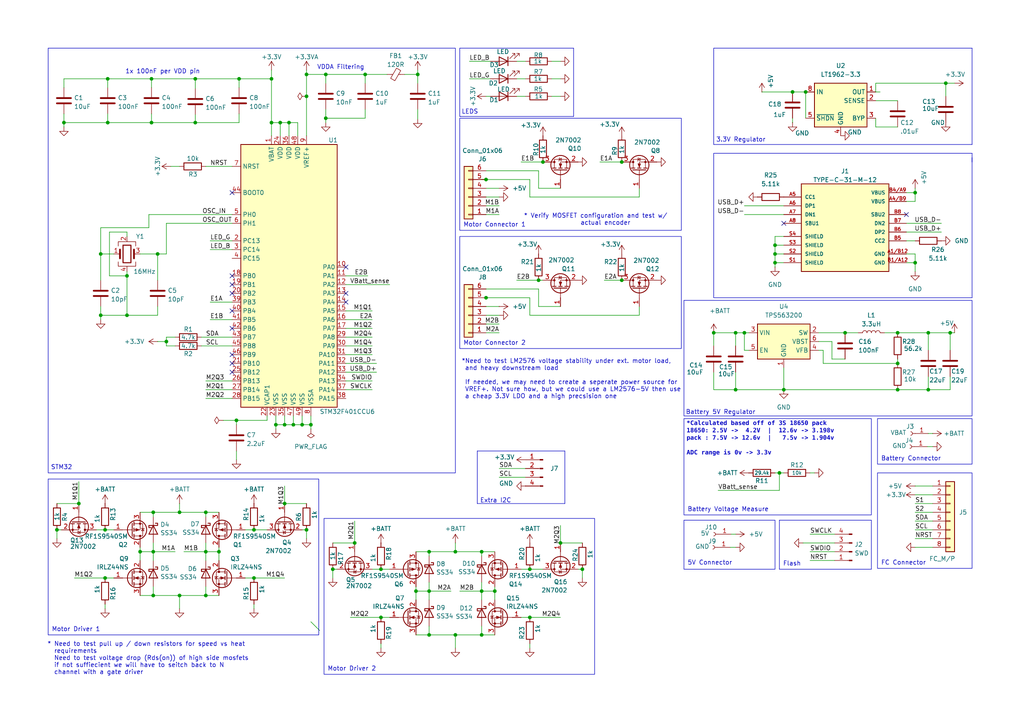
<source format=kicad_sch>
(kicad_sch (version 20250114) (generator "eeschema") (generator_version "9.0")
  (paper "A4")
  (title_block (title "Motor Control/Power Supply") (date "2025-10-08") (rev "2"))
  (rectangle (start 133.35 68.58) (end 197.612 101.092))
  (rectangle (start 254.508 121.412) (end 281.94 134.62))
  (rectangle (start 198.374 87.122) (end 281.94 120.65))
  (rectangle (start 198.374 150.876) (end 224.79 165.1))
  (rectangle (start 13.97 138.938) (end 92.456 184.15))
  (rectangle (start 198.374 121.412) (end 252.73 149.352))
  (rectangle (start 93.98 150.368) (end 172.466 195.58))
  (rectangle (start 254.508 137.16) (end 281.94 164.846))
  (rectangle (start 133.35 34.29) (end 197.612 66.802))
  (rectangle (start 13.97 13.97) (end 132.08 137.16))
  (text "Battery 5V Regulator" (at 198.882 120.396 0) (effects (font (size 1.27 1.27)) (justify left bottom)))
  (text "Motor Driver 1" (at 14.986 183.388 0) (effects (font (size 1.27 1.27)) (justify left bottom)))
  (text "Extra I2C\n" (at 143.764 145.288 0) (effects (font (size 1.27 1.27))))
  (text "* Verify MOSFET configuration and test w/ \n	actual encoder" (at 173.228 63.754 0) (effects (font (size 1.27 1.27))))
  (text "Motor Connector 1" (at 134.366 66.04 0) (effects (font (size 1.27 1.27)) (justify left bottom)))
  (text "* Need to test pull up / down resistors for speed vs heat\n  requirements\n  Need to test voltage drop (Rds(on)) of high side mosfets\n  if not suffiecient we will have to seitch back to N\n  channel with a gate driver" (at 13.716 195.834 0) (effects (font (size 1.27 1.27)) (justify left bottom)))
  (text "3.3V Regulator\n" (at 214.884 40.64 0) (effects (font (size 1.27 1.27))))
  (text "*Calculated based off of 3S 18650 pack\n18650: 2.5V ->  4.2V  |  12.6v -> 3.198v\npack : 7.5V -> 12.6v  |   7.5v -> 1.904v\n\nADC range is 0v -> 3.3v" (at 199.136 132.588 0) (effects (font (size 1.27 1.27) (thickness 0.254) (bold yes)) (justify left bottom)))
  (text "Motor Connector 2" (at 134.366 100.33 0) (effects (font (size 1.27 1.27)) (justify left bottom)))
  (text "Motor Driver 2" (at 94.996 194.818 0) (effects (font (size 1.27 1.27)) (justify left bottom)))
  (text "*Need to test LM2576 voltage stability under ext. motor load,\n and heavy downstream load\n \n If needed, we may need to create a seperate power source for\n VREF+. Not sure how, but we could use a LM2576-5V then use\n a cheap 3.3V LDO and a high precsision one" (at 133.858 115.824 0) (effects (font (size 1.27 1.27)) (justify left bottom)))
  (text "Battery Connector" (at 255.524 133.858 0) (effects (font (size 1.27 1.27)) (justify left bottom)))
  (text "Battery Voltage Measure" (at 199.39 148.59 0) (effects (font (size 1.27 1.27)) (justify left bottom)))
  (text "VDDA Filtering" (at 91.948 20.32 0) (effects (font (size 1.27 1.27)) (justify left bottom)))
  (text "Flash" (at 227.076 164.338 0) (effects (font (size 1.27 1.27)) (justify left bottom)))
  (text "1x 100nF per VDD pin" (at 36.322 21.59 0) (effects (font (size 1.27 1.27)) (justify left bottom)))
  (text "FC Connector" (at 255.524 164.084 0) (effects (font (size 1.27 1.27)) (justify left bottom)))
  (text "5V Connector" (at 199.39 164.084 0) (effects (font (size 1.27 1.27)) (justify left bottom)))
  (text "LEDS" (at 133.858 33.274 0) (effects (font (size 1.27 1.27)) (justify left bottom)))
  (text "STM32" (at 14.732 136.398 0) (effects (font (size 1.27 1.27)) (justify left bottom)))
  (junction (at 162.56 157.48))
  (junction (at 83.82 35.56))
  (junction (at 224.79 76.2))
  (junction (at 52.07 172.72))
  (junction (at 43.942 22.86))
  (junction (at 215.9 96.52))
  (junction (at 102.87 157.48))
  (junction (at 73.66 153.67))
  (junction (at 94.488 21.59))
  (junction (at 275.59 96.52))
  (junction (at 18.542 35.56))
  (junction (at 87.63 123.19))
  (junction (at 56.642 22.86))
  (junction (at 45.72 73.66))
  (junction (at 105.918 21.59))
  (junction (at 30.48 153.67))
  (junction (at 245.11 96.52))
  (junction (at 229.87 26.67))
  (junction (at 36.83 91.44))
  (junction (at 168.91 165.1))
  (junction (at 180.34 46.99))
  (junction (at 156.21 81.28))
  (junction (at 44.45 148.59))
  (junction (at 78.74 22.86))
  (junction (at 85.09 123.19))
  (junction (at 207.01 96.52))
  (junction (at 80.01 123.19))
  (junction (at 59.69 160.02))
  (junction (at 260.35 113.03))
  (junction (at 140.97 52.07))
  (junction (at 213.36 96.52))
  (junction (at 132.08 184.15))
  (junction (at 140.97 86.36))
  (junction (at 260.35 105.41))
  (junction (at 31.242 22.86))
  (junction (at 40.64 160.02))
  (junction (at 227.33 113.03))
  (junction (at 88.9 153.67))
  (junction (at 224.79 73.66))
  (junction (at 30.48 167.64))
  (junction (at 82.55 123.19))
  (junction (at 265.43 76.2))
  (junction (at 44.45 160.02))
  (junction (at 213.36 113.03))
  (junction (at 274.32 24.13))
  (junction (at 56.642 35.56))
  (junction (at 44.45 172.72))
  (junction (at 16.51 153.67))
  (junction (at 68.58 121.92))
  (junction (at 120.65 171.45))
  (junction (at 226.06 137.16))
  (junction (at 43.942 35.56))
  (junction (at 139.7 171.45))
  (junction (at 139.7 184.15))
  (junction (at 180.34 81.28))
  (junction (at 110.49 179.07))
  (junction (at 132.08 160.02))
  (junction (at 88.9 21.59))
  (junction (at 269.24 96.52))
  (junction (at 139.7 160.02))
  (junction (at 143.51 171.45))
  (junction (at 269.24 113.03))
  (junction (at 29.21 91.44))
  (junction (at 36.83 80.01))
  (junction (at 233.68 26.67))
  (junction (at 48.26 99.06))
  (junction (at 124.46 171.45))
  (junction (at 157.48 46.99))
  (junction (at 260.35 96.52))
  (junction (at 90.17 123.19))
  (junction (at 63.5 160.02))
  (junction (at 121.158 21.59))
  (junction (at 82.55 146.05))
  (junction (at 224.79 71.12))
  (junction (at 94.488 34.29))
  (junction (at 124.46 184.15))
  (junction (at 29.21 73.66))
  (junction (at 73.66 167.64))
  (junction (at 124.46 160.02))
  (junction (at 31.242 35.56))
  (junction (at 78.74 35.56))
  (junction (at 59.69 148.59))
  (junction (at 88.9 27.94))
  (junction (at 153.67 179.07))
  (junction (at 22.86 146.05))
  (junction (at 69.342 22.86))
  (junction (at 52.07 148.59))
  (junction (at 110.49 165.1))
  (junction (at 59.69 172.72))
  (junction (at 265.43 55.88))
  (junction (at 81.28 35.56))
  (junction (at 96.52 165.1))
  (junction (at 153.67 165.1))
  (no_connect (at 67.31 105.41))
  (no_connect (at 67.31 102.87))
  (no_connect (at 67.31 80.01))
  (no_connect (at 67.31 107.95))
  (no_connect (at 67.31 85.09))
  (no_connect (at 262.89 62.23))
  (no_connect (at 67.31 90.17))
  (no_connect (at 100.33 77.47))
  (no_connect (at 100.33 87.63))
  (no_connect (at 67.31 82.55))
  (no_connect (at 67.31 55.88))
  (no_connect (at 227.33 64.77))
  (no_connect (at 100.33 85.09))
  (no_connect (at 67.31 95.25))
  (bus_entry (at 90.17 180.34) (size 2.54 2.54))
  (polyline (pts (xy 133.604 33.782) (xy 166.37 33.782)))
  (wire (pts (xy 132.08 184.15) (xy 132.08 187.96)))
  (wire (pts (xy 52.07 172.72) (xy 52.07 176.53)))
  (wire (pts (xy 48.26 64.77) (xy 48.26 73.66)))
  (wire (pts (xy 157.48 165.1) (xy 153.67 165.1)))
  (wire (pts (xy 144.78 57.15) (xy 140.97 57.15)))
  (wire (pts (xy 143.51 171.45) (xy 143.51 173.99)))
  (wire (pts (xy 156.21 88.9) (xy 162.56 88.9)))
  (wire (pts (xy 69.342 22.86) (xy 78.74 22.86)))
  (wire (pts (xy 262.89 58.42) (xy 265.43 58.42)))
  (wire (pts (xy 265.43 151.13) (xy 270.51 151.13)))
  (polyline (pts (xy 252.73 165.1) (xy 226.06 165.1)))
  (wire (pts (xy 149.86 81.28) (xy 156.21 81.28)))
  (wire (pts (xy 260.35 113.03) (xy 227.33 113.03)))
  (wire (pts (xy 100.33 95.25) (xy 107.95 95.25)))
  (wire (pts (xy 59.69 148.59) (xy 63.5 148.59)))
  (wire (pts (xy 101.6 179.07) (xy 110.49 179.07)))
  (wire (pts (xy 59.69 113.03) (xy 67.31 113.03)))
  (wire (pts (xy 269.24 125.73) (xy 270.51 125.73)))
  (wire (pts (xy 268.986 129.54) (xy 270.51 129.54)))
  (wire (pts (xy 233.68 26.67) (xy 229.87 26.67)))
  (wire (pts (xy 31.242 22.86) (xy 31.242 25.4)))
  (wire (pts (xy 265.43 140.97) (xy 270.51 140.97)))
  (wire (pts (xy 237.49 96.52) (xy 245.11 96.52)))
  (wire (pts (xy 43.18 62.23) (xy 67.31 62.23)))
  (polyline (pts (xy 166.37 13.97) (xy 133.35 13.97)))
  (wire (pts (xy 60.96 92.71) (xy 67.31 92.71)))
  (wire (pts (xy 121.158 21.59) (xy 121.158 24.13)))
  (wire (pts (xy 175.26 81.28) (xy 180.34 81.28)))
  (wire (pts (xy 36.83 80.01) (xy 36.83 91.44)))
  (wire (pts (xy 78.74 22.86) (xy 78.74 35.56)))
  (wire (pts (xy 140.97 93.98) (xy 144.78 93.98)))
  (wire (pts (xy 29.21 88.9) (xy 29.21 91.44)))
  (wire (pts (xy 31.242 35.56) (xy 18.542 35.56)))
  (wire (pts (xy 262.89 73.66) (xy 265.43 73.66)))
  (wire (pts (xy 44.45 172.72) (xy 52.07 172.72)))
  (wire (pts (xy 73.66 167.64) (xy 71.12 167.64)))
  (wire (pts (xy 255.27 26.67) (xy 254 26.67)))
  (wire (pts (xy 18.542 35.56) (xy 18.542 36.83)))
  (wire (pts (xy 40.64 160.02) (xy 40.64 162.56)))
  (wire (pts (xy 207.01 113.03) (xy 213.36 113.03)))
  (wire (pts (xy 275.59 96.52) (xy 275.59 101.6)))
  (wire (pts (xy 224.79 71.12) (xy 224.79 73.66)))
  (wire (pts (xy 269.24 109.22) (xy 269.24 113.03)))
  (wire (pts (xy 82.55 167.64) (xy 73.66 167.64)))
  (polyline (pts (xy 281.94 45.72) (xy 281.94 86.36)))
  (wire (pts (xy 44.45 148.59) (xy 44.45 149.86)))
  (wire (pts (xy 238.76 101.6) (xy 237.49 101.6)))
  (wire (pts (xy 185.42 91.44) (xy 185.42 88.9)))
  (wire (pts (xy 217.17 96.52) (xy 215.9 96.52)))
  (wire (pts (xy 120.65 184.15) (xy 124.46 184.15)))
  (wire (pts (xy 262.89 64.77) (xy 273.05 64.77)))
  (wire (pts (xy 144.78 138.43) (xy 152.4 138.43)))
  (wire (pts (xy 139.7 52.07) (xy 140.97 52.07)))
  (wire (pts (xy 44.45 160.02) (xy 44.45 162.56)))
  (wire (pts (xy 236.22 137.16) (xy 234.95 137.16)))
  (wire (pts (xy 40.64 160.02) (xy 44.45 160.02)))
  (wire (pts (xy 120.65 171.45) (xy 120.65 173.99)))
  (wire (pts (xy 140.97 59.69) (xy 144.78 59.69)))
  (wire (pts (xy 48.26 100.33) (xy 50.8 100.33)))
  (polyline (pts (xy 133.35 33.782) (xy 133.604 33.782)))
  (wire (pts (xy 63.5 160.02) (xy 59.69 160.02)))
  (wire (pts (xy 254 36.83) (xy 254 34.29)))
  (wire (pts (xy 207.01 96.52) (xy 213.36 96.52)))
  (wire (pts (xy 59.69 110.49) (xy 67.31 110.49)))
  (wire (pts (xy 117.348 21.59) (xy 121.158 21.59)))
  (wire (pts (xy 100.33 82.55) (xy 113.03 82.55)))
  (wire (pts (xy 48.26 99.06) (xy 45.72 99.06)))
  (wire (pts (xy 132.08 184.15) (xy 139.7 184.15)))
  (wire (pts (xy 69.342 33.02) (xy 69.342 35.56)))
  (wire (pts (xy 36.83 67.31) (xy 31.75 67.31)))
  (wire (pts (xy 94.488 21.59) (xy 94.488 24.13)))
  (wire (pts (xy 143.51 170.18) (xy 143.51 171.45)))
  (wire (pts (xy 254 24.13) (xy 254 26.67)))
  (wire (pts (xy 262.89 76.2) (xy 265.43 76.2)))
  (wire (pts (xy 275.59 113.03) (xy 269.24 113.03)))
  (wire (pts (xy 48.26 64.77) (xy 67.31 64.77)))
  (wire (pts (xy 73.66 153.67) (xy 71.12 153.67)))
  (wire (pts (xy 31.242 33.02) (xy 31.242 35.56)))
  (wire (pts (xy 56.642 33.274) (xy 56.642 35.56)))
  (wire (pts (xy 265.43 156.21) (xy 270.51 156.21)))
  (wire (pts (xy 43.942 22.86) (xy 56.642 22.86)))
  (wire (pts (xy 153.67 86.36) (xy 153.67 91.44)))
  (wire (pts (xy 80.01 123.19) (xy 80.01 124.46)))
  (wire (pts (xy 140.97 54.61) (xy 144.78 54.61)))
  (wire (pts (xy 224.79 73.66) (xy 224.79 76.2)))
  (wire (pts (xy 140.97 83.82) (xy 156.21 83.82)))
  (wire (pts (xy 110.49 187.96) (xy 110.49 186.69)))
  (wire (pts (xy 78.74 35.56) (xy 78.74 39.37)))
  (wire (pts (xy 36.83 68.58) (xy 36.83 67.31)))
  (wire (pts (xy 143.51 171.45) (xy 139.7 171.45)))
  (wire (pts (xy 43.18 62.23) (xy 43.18 66.04)))
  (wire (pts (xy 87.63 120.65) (xy 87.63 123.19)))
  (wire (pts (xy 48.26 97.79) (xy 50.8 97.79)))
  (wire (pts (xy 88.9 153.67) (xy 87.63 153.67)))
  (wire (pts (xy 260.35 105.41) (xy 238.76 105.41)))
  (wire (pts (xy 226.06 137.16) (xy 227.33 137.16)))
  (polyline (pts (xy 133.35 13.97) (xy 133.35 33.782)))
  (wire (pts (xy 156.21 49.53) (xy 156.21 54.61)))
  (wire (pts (xy 81.28 35.56) (xy 78.74 35.56)))
  (wire (pts (xy 242.062 160.02) (xy 234.95 160.02)))
  (wire (pts (xy 233.68 34.29) (xy 233.68 26.67)))
  (polyline (pts (xy 207.01 86.36) (xy 207.01 44.45)))
  (wire (pts (xy 100.33 100.33) (xy 107.95 100.33)))
  (wire (pts (xy 136.144 17.78) (xy 142.24 17.78)))
  (wire (pts (xy 105.918 24.13) (xy 105.918 21.59)))
  (wire (pts (xy 265.43 143.51) (xy 270.51 143.51)))
  (wire (pts (xy 85.09 123.19) (xy 82.55 123.19)))
  (wire (pts (xy 90.17 123.19) (xy 90.17 124.46)))
  (wire (pts (xy 45.72 91.44) (xy 36.83 91.44)))
  (wire (pts (xy 29.21 91.44) (xy 29.21 92.71)))
  (wire (pts (xy 87.63 123.19) (xy 85.09 123.19)))
  (wire (pts (xy 162.56 27.94) (xy 160.02 27.94)))
  (wire (pts (xy 242.062 154.94) (xy 234.95 154.94)))
  (wire (pts (xy 59.69 170.18) (xy 59.69 172.72)))
  (wire (pts (xy 63.5 158.75) (xy 63.5 160.02)))
  (wire (pts (xy 81.28 35.56) (xy 81.28 39.37)))
  (wire (pts (xy 105.918 31.75) (xy 105.918 34.29)))
  (wire (pts (xy 36.83 91.44) (xy 29.21 91.44)))
  (polyline (pts (xy 138.43 146.05) (xy 163.83 146.05)))
  (wire (pts (xy 124.46 160.02) (xy 124.46 161.29)))
  (polyline (pts (xy 138.43 130.81) (xy 163.83 130.81)))
  (wire (pts (xy 21.59 167.64) (xy 30.48 167.64)))
  (wire (pts (xy 227.33 71.12) (xy 224.79 71.12)))
  (wire (pts (xy 100.33 97.79) (xy 107.95 97.79)))
  (wire (pts (xy 185.42 57.15) (xy 185.42 54.61)))
  (wire (pts (xy 224.79 68.58) (xy 224.79 71.12)))
  (wire (pts (xy 85.09 120.65) (xy 85.09 123.19)))
  (wire (pts (xy 29.21 73.66) (xy 33.02 73.66)))
  (wire (pts (xy 207.01 100.33) (xy 207.01 96.52)))
  (wire (pts (xy 238.76 105.41) (xy 238.76 101.6)))
  (wire (pts (xy 43.18 66.04) (xy 29.21 66.04)))
  (wire (pts (xy 59.69 115.57) (xy 67.31 115.57)))
  (wire (pts (xy 140.97 96.52) (xy 144.78 96.52)))
  (wire (pts (xy 139.7 160.02) (xy 143.51 160.02)))
  (polyline (pts (xy 166.37 33.782) (xy 166.37 13.97)))
  (wire (pts (xy 30.48 153.67) (xy 33.02 153.67)))
  (wire (pts (xy 149.86 17.78) (xy 152.4 17.78)))
  (wire (pts (xy 120.65 170.18) (xy 120.65 171.45)))
  (wire (pts (xy 40.64 172.72) (xy 44.45 172.72)))
  (wire (pts (xy 31.75 80.01) (xy 36.83 80.01)))
  (wire (pts (xy 100.33 110.49) (xy 107.95 110.49)))
  (wire (pts (xy 18.542 25.4) (xy 18.542 22.86)))
  (wire (pts (xy 153.67 52.07) (xy 153.67 57.15)))
  (wire (pts (xy 140.97 86.36) (xy 153.67 86.36)))
  (wire (pts (xy 86.36 35.56) (xy 83.82 35.56)))
  (wire (pts (xy 124.46 184.15) (xy 132.08 184.15)))
  (wire (pts (xy 59.69 157.48) (xy 59.69 160.02)))
  (wire (pts (xy 276.86 24.13) (xy 274.32 24.13)))
  (wire (pts (xy 88.9 21.59) (xy 88.9 27.94)))
  (wire (pts (xy 29.21 66.04) (xy 29.21 73.66)))
  (wire (pts (xy 274.32 27.94) (xy 274.32 24.13)))
  (wire (pts (xy 59.69 48.26) (xy 67.31 48.26)))
  (wire (pts (xy 156.21 81.28) (xy 157.48 81.28)))
  (wire (pts (xy 88.9 156.21) (xy 88.9 153.67)))
  (wire (pts (xy 96.52 157.48) (xy 102.87 157.48)))
  (wire (pts (xy 68.58 130.81) (xy 68.58 133.35)))
  (wire (pts (xy 52.07 148.59) (xy 59.69 148.59)))
  (wire (pts (xy 136.144 22.86) (xy 142.24 22.86)))
  (wire (pts (xy 60.96 87.63) (xy 67.31 87.63)))
  (wire (pts (xy 265.43 73.66) (xy 265.43 76.2)))
  (wire (pts (xy 29.21 73.66) (xy 29.21 81.28)))
  (wire (pts (xy 276.86 96.52) (xy 275.59 96.52)))
  (wire (pts (xy 52.07 172.72) (xy 59.69 172.72)))
  (wire (pts (xy 16.51 146.05) (xy 22.86 146.05)))
  (wire (pts (xy 40.64 73.66) (xy 45.72 73.66)))
  (wire (pts (xy 43.942 22.86) (xy 43.942 25.4)))
  (wire (pts (xy 139.7 171.45) (xy 139.7 173.99)))
  (wire (pts (xy 59.69 148.59) (xy 59.69 149.86)))
  (wire (pts (xy 153.67 187.96) (xy 153.67 186.69)))
  (wire (pts (xy 151.13 46.99) (xy 157.48 46.99)))
  (wire (pts (xy 60.96 72.39) (xy 67.31 72.39)))
  (wire (pts (xy 213.36 107.95) (xy 213.36 113.03)))
  (wire (pts (xy 100.33 80.01) (xy 106.68 80.01)))
  (wire (pts (xy 124.46 171.45) (xy 130.81 171.45)))
  (wire (pts (xy 88.9 20.32) (xy 88.9 21.59)))
  (wire (pts (xy 229.87 35.56) (xy 229.87 34.29)))
  (wire (pts (xy 44.45 160.02) (xy 50.8 160.02)))
  (wire (pts (xy 121.158 20.32) (xy 121.158 21.59)))
  (wire (pts (xy 144.78 88.9) (xy 140.97 88.9)))
  (wire (pts (xy 124.46 181.61) (xy 124.46 184.15)))
  (wire (pts (xy 52.07 146.05) (xy 52.07 148.59)))
  (wire (pts (xy 96.52 167.64) (xy 96.52 165.1)))
  (wire (pts (xy 160.02 17.78) (xy 162.56 17.78)))
  (wire (pts (xy 132.08 160.02) (xy 139.7 160.02)))
  (wire (pts (xy 30.48 167.64) (xy 33.02 167.64)))
  (wire (pts (xy 83.82 35.56) (xy 81.28 35.56)))
  (wire (pts (xy 262.89 69.85) (xy 265.43 69.85)))
  (wire (pts (xy 68.58 123.19) (xy 68.58 121.92)))
  (wire (pts (xy 215.9 62.23) (xy 227.33 62.23)))
  (wire (pts (xy 77.47 153.67) (xy 73.66 153.67)))
  (wire (pts (xy 262.89 55.88) (xy 265.43 55.88)))
  (wire (pts (xy 153.67 57.15) (xy 185.42 57.15)))
  (wire (pts (xy 94.488 34.29) (xy 94.488 35.56)))
  (wire (pts (xy 90.17 120.65) (xy 90.17 123.19)))
  (wire (pts (xy 275.59 96.52) (xy 269.24 96.52)))
  (wire (pts (xy 86.36 39.37) (xy 86.36 35.56)))
  (wire (pts (xy 18.542 22.86) (xy 31.242 22.86)))
  (wire (pts (xy 96.52 165.1) (xy 97.79 165.1)))
  (wire (pts (xy 207.01 107.95) (xy 207.01 113.03)))
  (wire (pts (xy 260.35 36.83) (xy 254 36.83)))
  (wire (pts (xy 168.91 167.64) (xy 168.91 165.1)))
  (wire (pts (xy 43.942 33.02) (xy 43.942 35.56)))
  (polyline (pts (xy 207.01 41.91) (xy 281.94 41.91)))
  (wire (pts (xy 168.91 165.1) (xy 167.64 165.1)))
  (wire (pts (xy 124.46 168.91) (xy 124.46 171.45)))
  (wire (pts (xy 256.54 96.52) (xy 260.35 96.52)))
  (wire (pts (xy 269.24 101.6) (xy 269.24 96.52)))
  (wire (pts (xy 69.342 25.4) (xy 69.342 22.86)))
  (wire (pts (xy 88.9 146.05) (xy 82.55 146.05)))
  (wire (pts (xy 213.36 96.52) (xy 215.9 96.52)))
  (wire (pts (xy 234.95 162.56) (xy 242.062 162.56)))
  (wire (pts (xy 69.342 35.56) (xy 56.642 35.56)))
  (wire (pts (xy 153.67 165.1) (xy 151.13 165.1)))
  (wire (pts (xy 16.51 156.21) (xy 16.51 153.67)))
  (wire (pts (xy 73.66 176.53) (xy 73.66 175.26)))
  (wire (pts (xy 265.43 146.05) (xy 270.51 146.05)))
  (wire (pts (xy 173.99 46.99) (xy 180.34 46.99)))
  (wire (pts (xy 31.75 67.31) (xy 31.75 80.01)))
  (wire (pts (xy 212.09 154.94) (xy 213.36 154.94)))
  (wire (pts (xy 215.9 96.52) (xy 215.9 101.6)))
  (wire (pts (xy 82.55 123.19) (xy 80.01 123.19)))
  (wire (pts (xy 140.97 52.07) (xy 153.67 52.07)))
  (wire (pts (xy 59.69 172.72) (xy 63.5 172.72)))
  (wire (pts (xy 59.69 160.02) (xy 59.69 162.56)))
  (wire (pts (xy 229.87 26.67) (xy 220.98 26.67)))
  (polyline (pts (xy 207.01 41.91) (xy 207.01 13.97)))
  (wire (pts (xy 254 29.21) (xy 260.35 29.21)))
  (wire (pts (xy 100.33 102.87) (xy 107.95 102.87)))
  (wire (pts (xy 224.79 76.2) (xy 227.33 76.2)))
  (polyline (pts (xy 207.01 13.97) (xy 281.94 13.97)))
  (wire (pts (xy 156.21 54.61) (xy 162.56 54.61)))
  (wire (pts (xy 100.33 105.41) (xy 109.22 105.41)))
  (wire (pts (xy 275.59 109.22) (xy 275.59 113.03)))
  (wire (pts (xy 78.74 20.32) (xy 78.74 22.86)))
  (wire (pts (xy 44.45 157.48) (xy 44.45 160.02)))
  (wire (pts (xy 31.242 22.86) (xy 43.942 22.86)))
  (wire (pts (xy 94.488 31.75) (xy 94.488 34.29)))
  (wire (pts (xy 168.91 157.48) (xy 162.56 157.48)))
  (wire (pts (xy 153.67 179.07) (xy 151.13 179.07)))
  (wire (pts (xy 49.53 48.26) (xy 52.07 48.26)))
  (wire (pts (xy 237.49 99.06) (xy 241.3 99.06)))
  (wire (pts (xy 213.36 100.33) (xy 213.36 96.52)))
  (wire (pts (xy 213.36 113.03) (xy 227.33 113.03)))
  (wire (pts (xy 265.43 55.88) (xy 265.43 54.61)))
  (wire (pts (xy 100.33 107.95) (xy 109.22 107.95)))
  (wire (pts (xy 224.79 137.16) (xy 226.06 137.16)))
  (wire (pts (xy 139.7 184.15) (xy 143.51 184.15)))
  (wire (pts (xy 227.33 68.58) (xy 224.79 68.58)))
  (wire (pts (xy 48.26 73.66) (xy 45.72 73.66)))
  (wire (pts (xy 160.02 22.86) (xy 162.56 22.86)))
  (wire (pts (xy 265.43 158.75) (xy 270.51 158.75)))
  (wire (pts (xy 56.642 22.86) (xy 56.642 25.654)))
  (wire (pts (xy 110.49 165.1) (xy 113.03 165.1)))
  (wire (pts (xy 139.7 181.61) (xy 139.7 184.15)))
  (wire (pts (xy 83.82 35.56) (xy 83.82 39.37)))
  (wire (pts (xy 144.78 135.89) (xy 152.4 135.89)))
  (wire (pts (xy 140.97 27.94) (xy 142.24 27.94)))
  (wire (pts (xy 269.24 96.52) (xy 260.35 96.52)))
  (wire (pts (xy 265.43 148.59) (xy 270.51 148.59)))
  (wire (pts (xy 139.7 160.02) (xy 139.7 161.29)))
  (wire (pts (xy 58.42 100.33) (xy 67.31 100.33)))
  (wire (pts (xy 64.77 121.92) (xy 68.58 121.92)))
  (wire (pts (xy 226.06 137.16) (xy 226.06 142.24)))
  (wire (pts (xy 156.21 83.82) (xy 156.21 88.9)))
  (wire (pts (xy 40.64 158.75) (xy 40.64 160.02)))
  (wire (pts (xy 56.642 22.86) (xy 69.342 22.86)))
  (wire (pts (xy 269.24 113.03) (xy 260.35 113.03)))
  (wire (pts (xy 132.08 157.48) (xy 132.08 160.02)))
  (polyline (pts (xy 281.94 44.45) (xy 281.94 46.99)))
  (wire (pts (xy 44.45 148.59) (xy 52.07 148.59)))
  (wire (pts (xy 59.69 160.02) (xy 53.34 160.02)))
  (wire (pts (xy 45.72 73.66) (xy 45.72 81.28)))
  (wire (pts (xy 211.836 158.75) (xy 213.36 158.75)))
  (wire (pts (xy 140.97 62.23) (xy 144.78 62.23)))
  (wire (pts (xy 100.33 113.03) (xy 107.95 113.03)))
  (wire (pts (xy 63.5 160.02) (xy 63.5 162.56)))
  (wire (pts (xy 58.42 97.79) (xy 67.31 97.79)))
  (wire (pts (xy 40.64 148.59) (xy 44.45 148.59)))
  (wire (pts (xy 102.87 151.13) (xy 102.87 157.48)))
  (wire (pts (xy 265.43 76.2) (xy 265.43 78.74)))
  (polyline (pts (xy 207.01 44.45) (xy 281.94 44.45)))
  (wire (pts (xy 262.89 67.31) (xy 273.05 67.31)))
  (wire (pts (xy 22.86 139.7) (xy 22.86 146.05)))
  (wire (pts (xy 139.7 86.36) (xy 140.97 86.36)))
  (wire (pts (xy 110.49 179.07) (xy 113.03 179.07)))
  (wire (pts (xy 48.26 99.06) (xy 48.26 100.33)))
  (polyline (pts (xy 226.06 150.876) (xy 252.73 150.876)))
  (wire (pts (xy 100.33 92.71) (xy 107.95 92.71)))
  (wire (pts (xy 215.9 59.69) (xy 227.33 59.69)))
  (polyline (pts (xy 226.06 150.876) (xy 226.06 165.1)))
  (wire (pts (xy 241.3 104.14) (xy 245.11 104.14)))
  (wire (pts (xy 18.542 33.02) (xy 18.542 35.56)))
  (wire (pts (xy 82.55 120.65) (xy 82.55 123.19)))
  (polyline (pts (xy 138.43 130.81) (xy 138.43 146.05)))
  (wire (pts (xy 139.7 171.45) (xy 133.35 171.45)))
  (wire (pts (xy 105.918 21.59) (xy 94.488 21.59)))
  (wire (pts (xy 94.488 34.29) (xy 105.918 34.29)))
  (wire (pts (xy 149.86 22.86) (xy 152.4 22.86)))
  (wire (pts (xy 149.86 27.94) (xy 152.4 27.94)))
  (wire (pts (xy 60.96 69.85) (xy 67.31 69.85)))
  (wire (pts (xy 120.65 160.02) (xy 124.46 160.02)))
  (wire (pts (xy 139.7 168.91) (xy 139.7 171.45)))
  (wire (pts (xy 90.17 123.19) (xy 87.63 123.19)))
  (wire (pts (xy 153.67 91.44) (xy 185.42 91.44)))
  (wire (pts (xy 121.158 31.75) (xy 121.158 34.544)))
  (polyline (pts (xy 281.94 13.97) (xy 281.94 41.91)))
  (wire (pts (xy 124.46 160.02) (xy 132.08 160.02)))
  (wire (pts (xy 224.79 77.47) (xy 224.79 76.2)))
  (wire (pts (xy 94.488 21.59) (xy 88.9 21.59)))
  (polyline (pts (xy 163.83 146.05) (xy 163.83 130.81)))
  (wire (pts (xy 80.01 120.65) (xy 80.01 123.19)))
  (wire (pts (xy 45.72 88.9) (xy 45.72 91.44)))
  (wire (pts (xy 162.56 152.4) (xy 162.56 157.48)))
  (wire (pts (xy 44.45 170.18) (xy 44.45 172.72)))
  (wire (pts (xy 68.58 121.92) (xy 77.47 121.92)))
  (wire (pts (xy 208.28 142.24) (xy 226.06 142.24)))
  (wire (pts (xy 105.918 21.59) (xy 112.268 21.59)))
  (wire (pts (xy 241.3 99.06) (xy 241.3 104.14)))
  (wire (pts (xy 124.46 171.45) (xy 124.46 173.99)))
  (wire (pts (xy 265.43 58.42) (xy 265.43 55.88)))
  (wire (pts (xy 140.97 49.53) (xy 156.21 49.53)))
  (wire (pts (xy 232.918 157.48) (xy 242.062 157.48)))
  (wire (pts (xy 215.9 101.6) (xy 217.17 101.6)))
  (wire (pts (xy 144.78 91.44) (xy 140.97 91.44)))
  (polyline (pts (xy 207.01 86.36) (xy 281.94 86.36)))
  (wire (pts (xy 36.83 80.01) (xy 36.83 78.74)))
  (polyline (pts (xy 252.73 150.876) (xy 252.73 165.1)))
  (wire (pts (xy 227.33 73.66) (xy 224.79 73.66)))
  (wire (pts (xy 274.32 24.13) (xy 254 24.13)))
  (wire (pts (xy 48.26 97.79) (xy 48.26 99.06)))
  (wire (pts (xy 82.55 140.97) (xy 82.55 146.05)))
  (wire (pts (xy 77.47 121.92) (xy 77.47 120.65)))
  (wire (pts (xy 100.33 90.17) (xy 107.95 90.17)))
  (wire (pts (xy 30.48 176.53) (xy 30.48 175.26)))
  (wire (pts (xy 162.56 179.07) (xy 153.67 179.07)))
  (wire (pts (xy 245.11 96.52) (xy 248.92 96.52)))
  (wire (pts (xy 56.642 35.56) (xy 43.942 35.56)))
  (wire (pts (xy 88.9 27.94) (xy 88.9 39.37)))
  (wire (pts (xy 27.94 153.67) (xy 30.48 153.67)))
  (wire (pts (xy 120.65 171.45) (xy 124.46 171.45)))
  (wire (pts (xy 227.33 106.68) (xy 227.33 113.03)))
  (wire (pts (xy 107.95 165.1) (xy 110.49 165.1)))
  (wire (pts (xy 260.35 104.14) (xy 260.35 105.41)))
  (wire (pts (xy 43.942 35.56) (xy 31.242 35.56)))
  (wire (pts (xy 16.51 153.67) (xy 17.78 153.67)))
  (wire (pts (xy 265.43 153.67) (xy 270.51 153.67)))
  (label "M1Q1" (at 107.95 90.17 180))
  (label "SCL" (at 144.78 138.43 0))
  (label "E2A" (at 175.26 81.28 0))
  (label "VBatt_sense" (at 113.03 82.55 180))
  (label "USB_D-" (at 215.9 62.23 180))
  (label "M2Q3" (at 162.56 152.4 270))
  (label "M1Q4" (at 82.55 167.64 180))
  (label "VBatt_sense" (at 208.28 142.24 0))
  (label "M2Q2" (at 101.6 179.07 0))
  (label "SWDIO" (at 234.95 160.02 0))
  (label "M1Q4" (at 107.95 100.33 180))
  (label "M2Q1" (at 102.87 151.13 270))
  (label "M2A" (at 144.78 96.52 180))
  (label "SDA" (at 144.78 135.89 0))
  (label "M1B" (at 53.34 160.02 0))
  (label "SWDIO" (at 107.95 110.49 180))
  (label "E2B" (at 106.68 80.01 180))
  (label "M2Q4" (at 107.95 97.79 180))
  (label "M1Q3" (at 82.55 140.97 270))
  (label "LED_G" (at 136.144 22.86 0))
  (label "LED_B" (at 60.96 72.39 0))
  (label "E2B" (at 149.86 81.28 0))
  (label "OSC_OUT" (at 58.674 64.77 0))
  (label "S2" (at 265.43 148.59 0))
  (label "M1A" (at 144.78 62.23 180))
  (label "USB_D-" (at 109.22 105.41 180))
  (label "USB_D-" (at 273.05 64.77 180))
  (label "M2Q3" (at 59.69 110.49 0))
  (label "USB_D+" (at 215.9 59.69 180))
  (label "NRST" (at 234.95 162.56 0))
  (label "M2Q1" (at 59.69 113.03 0))
  (label "S1" (at 265.43 146.05 0))
  (label "SWCLK" (at 107.95 113.03 180))
  (label "M2Q4" (at 162.56 179.07 180))
  (label "M2B" (at 133.35 171.45 0))
  (label "E1B" (at 151.13 46.99 0))
  (label "M1A" (at 50.8 160.02 180))
  (label "M2A" (at 130.81 171.45 180))
  (label "M1Q2" (at 107.95 95.25 180))
  (label "M1Q1" (at 22.86 139.7 270))
  (label "E1B" (at 60.96 92.71 0))
  (label "LED_B" (at 136.144 17.78 0))
  (label "SCL" (at 59.69 100.33 0))
  (label "M2Q2" (at 59.69 115.57 0))
  (label "M1B" (at 144.78 59.69 180))
  (label "USB_D+" (at 273.05 67.31 180))
  (label "M1Q3" (at 107.95 102.87 180))
  (label "SCL" (at 265.43 153.67 0))
  (label "NRST" (at 265.43 156.21 0))
  (label "OSC_IN" (at 58.674 62.23 0))
  (label "E1A" (at 60.96 87.63 0))
  (label "LED_G" (at 60.96 69.85 0))
  (label "M2B" (at 144.78 93.98 180))
  (label "E1A" (at 173.99 46.99 0))
  (label "SDA" (at 59.69 97.79 0))
  (label "M1Q2" (at 21.59 167.64 0))
  (label "USB_D+" (at 109.22 107.95 180))
  (label "SDA" (at 265.43 151.13 0))
  (label "E2A" (at 107.95 92.71 180))
  (label "SWCLK" (at 234.95 154.94 0))
  (label "NRST" (at 60.96 48.26 0))
  (symbol (lib_id "Diode:SS34") (at 124.46 165.1 270) (unit 1)
    (property "Reference" "D8" (at 126.492 163.5703 90) (effects (justify left)))
    (property "Value" "SS34" (at 126.492 165.9946 90) (effects (justify left)))
    (property "Footprint" "Diode_SMD:D_SMA" (effects (hide yes)))
    (property "Datasheet" "https://www.vishay.com/docs/88751/ss32.pdf" (effects (hide yes)))
    (property "Description" "40V 3A Schottky Diode, SMA" (effects (hide yes)))
    (property "LCSC Part" "C3032484" (effects (hide yes)))
  )
  (symbol (lib_id "Connector_Generic:Conn_01x08") (at 275.59 148.59 0) (unit 1)
    (property "Reference" "J5" (at 278.13 148.5899 0) (effects (justify left)))
    (property "Value" "FC_M/P" (at 269.494 162.052 0) (effects (justify left)))
    (property "Footprint" "Connector_FFC-FPC:Molex_200528-0080_1x08-1MP_P1.00mm_Horizontal" (effects (hide yes)))
    (property "Description" "Generic connector, single row, 01x08, script generated (kicad-library-utils/schlib/autogen/connector/)" (effects (hide yes)))
    (property "LCSC Part" "C132510" (effects (hide yes)))
  )
  (symbol (lib_id "power:+3.3V") (at 180.34 73.66 0) (mirror y) (unit 1)
    (property "Reference" "#PWR061" (effects (hide yes)))
    (property "Value" "+3.3V" (at 177.038 70.866 0))
  )
  (symbol (lib_id "power:GND") (at 88.9 156.21 0) (unit 1)
    (property "Reference" "#PWR016" (effects (hide yes)))
    (property "Value" "GND" (effects (hide yes)))
  )
  (symbol (lib_id "Device:R") (at 156.21 27.94 90) (unit 1)
    (property "Reference" "R5" (at 157.48 25.908 90) (effects (justify left)))
    (property "Value" "1k" (at 157.48 27.94 90) (effects (justify left)))
    (property "Footprint" "Resistor_SMD:R_0402_1005Metric" (effects (hide yes)))
    (property "LCSC Part" "C102758" (effects (hide yes)))
  )
  (symbol (lib_id "power:GND") (at 162.56 17.78 90) (unit 1)
    (property "Reference" "#PWR025" (effects (hide yes)))
    (property "Value" "GND" (effects (hide yes)))
  )
  (symbol (lib_id "Device:C") (at 31.242 29.21 0) (unit 1)
    (property "Reference" "C3" (at 34.163 28.3753 0) (effects (justify left)))
    (property "Value" "100nF" (at 34.163 30.9122 0) (effects (justify left)))
    (property "Footprint" "Capacitor_SMD:C_0402_1005Metric" (effects (hide yes)))
    (property "LCSC Part" "C307331" (effects (hide yes)))
  )
  (symbol (lib_id "Device:LED") (at 146.05 27.94 180) (unit 1)
    (property "Reference" "D1" (at 143.256 28.956 0))
    (property "Value" "LED" (at 146.05 25.908 0))
    (property "Footprint" "LED_SMD:LED_0603_1608Metric" (effects (hide yes)))
    (property "LCSC Part" "C9900011154" (effects (hide yes)))
  )
  (symbol (lib_id "power:+BATT") (at 52.07 146.05 0) (unit 1)
    (property "Reference" "#PWR040" (effects (hide yes)))
    (property "Value" "+BATT" (at 52.07 141.9169 0))
    (property "Description" "Power symbol creates a global label with name \"+BATT\"" (effects (hide yes)))
  )
  (symbol (lib_id "power:GND") (at 94.488 35.56 0) (unit 1)
    (property "Reference" "#PWR010" (effects (hide yes)))
    (property "Value" "GND" (effects (hide yes)))
  )
  (symbol (lib_id "power:GND") (at 190.5 81.28 90) (unit 1)
    (property "Reference" "#PWR057" (effects (hide yes)))
    (property "Value" "GND" (effects (hide yes)))
  )
  (symbol (lib_id "power:GND") (at 29.21 92.71 0) (unit 1)
    (property "Reference" "#PWR03" (effects (hide yes)))
    (property "Value" "GND" (effects (hide yes)))
  )
  (symbol (lib_id "Device:R") (at 30.48 149.86 180) (unit 1)
    (property "Reference" "R13" (at 32.766 151.13 90) (effects (justify right)))
    (property "Value" "1k" (at 28.194 151.638 90) (effects (justify right)))
    (property "Footprint" "Resistor_SMD:R_0402_1005Metric" (effects (hide yes)))
    (property "LCSC Part" "C102758" (effects (hide yes)))
  )
  (symbol (lib_id "power:+BATT") (at 217.17 137.16 90) (unit 1)
    (property "Reference" "#PWR037" (effects (hide yes)))
    (property "Value" "+BATT" (at 213.995 137.16 90) (effects (justify left)))
    (property "Description" "Power symbol creates a global label with name \"+BATT\"" (effects (hide yes)))
  )
  (symbol (lib_id "power:GND") (at 96.52 167.64 0) (mirror y) (unit 1)
    (property "Reference" "#PWR017" (effects (hide yes)))
    (property "Value" "GND" (effects (hide yes)))
  )
  (symbol (lib_id "Device:R") (at 269.24 69.85 90) (unit 1)
    (property "Reference" "R26" (at 272.034 72.39 90))
    (property "Value" "5.11k" (at 272.034 74.93 90))
    (property "Footprint" "Resistor_SMD:R_0402_1005Metric" (effects (hide yes)))
    (property "Description" "Resistor" (effects (hide yes)))
  )
  (symbol (lib_id "Connector:Conn_01x04_Male") (at 247.142 160.02 180) (unit 1)
    (property "Reference" "J2" (at 247.8532 157.9153 0) (effects (justify right)))
    (property "Value" "SWD" (at 247.8532 160.4522 0) (effects (justify right)))
    (property "Footprint" "Connector_PinHeader_2.54mm:PinHeader_1x04_P2.54mm_Vertical" (effects (hide yes)))
  )
  (symbol (lib_id "Device:C") (at 275.59 105.41 0) (unit 1)
    (property "Reference" "C19" (at 275.844 107.696 0) (effects (justify left)))
    (property "Value" "22uF" (at 275.844 110.236 0) (effects (justify left)))
    (property "Footprint" "Capacitor_SMD:C_0402_1005Metric" (effects (hide yes)))
    (property "Description" "Unpolarized capacitor" (effects (hide yes)))
  )
  (symbol (lib_id "power:GND") (at 236.22 137.16 90) (unit 1)
    (property "Reference" "#PWR038" (effects (hide yes)))
    (property "Value" "GND" (effects (hide yes)))
  )
  (symbol (lib_id "power:+BATT") (at 110.49 157.48 0) (unit 1)
    (property "Reference" "#PWR018" (effects (hide yes)))
    (property "Value" "+BATT" (at 110.49 153.3469 0))
    (property "Description" "Power symbol creates a global label with name \"+BATT\"" (effects (hide yes)))
  )
  (symbol (lib_id "Device:R") (at 156.21 17.78 90) (unit 1)
    (property "Reference" "R8" (at 157.48 16.002 90) (effects (justify left)))
    (property "Value" "1k" (at 157.226 17.78 90) (effects (justify left)))
    (property "Footprint" "Resistor_SMD:R_0402_1005Metric" (effects (hide yes)))
    (property "LCSC Part" "C102758" (effects (hide yes)))
  )
  (symbol (lib_id "power:GND") (at 232.918 157.48 270) (unit 1)
    (property "Reference" "#PWR021" (effects (hide yes)))
    (property "Value" "GND" (effects (hide yes)))
  )
  (symbol (lib_id "Diode:SS34") (at 59.69 166.37 270) (unit 1)
    (property "Reference" "D6" (at 57.15 164.9617 90) (effects (justify right)))
    (property "Value" "SS34" (at 57.15 167.386 90) (effects (justify right)))
    (property "Footprint" "Diode_SMD:D_SMA" (effects (hide yes)))
    (property "Datasheet" "https://www.vishay.com/docs/88751/ss32.pdf" (effects (hide yes)))
    (property "Description" "40V 3A Schottky Diode, SMA" (effects (hide yes)))
    (property "LCSC Part" "C3032484" (effects (hide yes)))
  )
  (symbol (lib_id "Transistor_FET:IRLZ44N") (at 146.05 179.07 0) (mirror y) (unit 1)
    (property "Reference" "Q15" (at 146.812 173.482 0) (effects (justify right)))
    (property "Value" "IRLZ44NS" (at 146.812 175.9063 0) (effects (justify right)))
    (property "Footprint" "Package_TO_SOT_SMD:TO-263-2" (effects (hide yes)))
    (property "Datasheet" "http://www.irf.com/product-info/datasheets/data/irlz44n.pdf" (effects (hide yes)))
    (property "Description" "47A Id, 55V Vds, 22mOhm Rds Single N-Channel HEXFET Power MOSFET, TO-220AB" (effects (hide yes)))
    (property "LCSC Part" " C538199" (effects (hide yes)))
  )
  (symbol (lib_name "GND_1") (lib_id "power:GND") (at 229.87 35.56 0) (unit 1)
    (property "Reference" "#PWR072" (effects (hide yes)))
    (property "Value" "GND" (at 232.664 38.608 0))
    (property "Description" "Power symbol creates a global label with name \"GND\" , ground" (effects (hide yes)))
  )
  (symbol (lib_id "power:+5V") (at 265.43 140.97 90) (unit 1)
    (property "Reference" "#PWR026" (effects (hide yes)))
    (property "Value" "+5V" (at 261.62 140.9699 90) (effects (justify left)))
    (property "Description" "Power symbol creates a global label with name \"+5V\"" (effects (hide yes)))
  )
  (symbol (lib_id "Diode:SS34") (at 44.45 153.67 270) (unit 1)
    (property "Reference" "D4" (at 46.482 152.1403 90) (effects (justify left)))
    (property "Value" "SS34" (at 46.482 154.5646 90) (effects (justify left)))
    (property "Footprint" "Diode_SMD:D_SMA" (effects (hide yes)))
    (property "Datasheet" "https://www.vishay.com/docs/88751/ss32.pdf" (effects (hide yes)))
    (property "Description" "40V 3A Schottky Diode, SMA" (effects (hide yes)))
    (property "LCSC Part" "C3032484" (effects (hide yes)))
  )
  (symbol (lib_id "Connector:Conn_01x01_Female") (at 207.01 154.94 0) (mirror y) (unit 1)
    (property "Reference" "J10" (at 208.026 152.908 0) (effects (justify left)))
    (property "Value" "5V" (at 205.74 154.686 0) (effects (justify left)))
    (property "Footprint" "TestPoint:TestPoint_THTPad_4.0x4.0mm_Drill2.0mm" (effects (hide yes)))
  )
  (symbol (lib_id "power:+BATT") (at 153.67 157.48 0) (mirror y) (unit 1)
    (property "Reference" "#PWR046" (effects (hide yes)))
    (property "Value" "+BATT" (at 153.67 153.3469 0))
    (property "Description" "Power symbol creates a global label with name \"+BATT\"" (effects (hide yes)))
  )
  (symbol (lib_id "power:+3.3V") (at 49.53 48.26 90) (unit 1)
    (property "Reference" "#PWR05" (effects (hide yes)))
    (property "Value" "+3.3V" (at 45.72 48.26 0))
  )
  (symbol (lib_id "Device:R") (at 153.67 161.29 0) (mirror x) (unit 1)
    (property "Reference" "R20" (at 151.384 162.56 90) (effects (justify right)))
    (property "Value" "1k" (at 155.956 163.068 90) (effects (justify right)))
    (property "Footprint" "Resistor_SMD:R_0402_1005Metric" (effects (hide yes)))
    (property "LCSC Part" "C102758" (effects (hide yes)))
  )
  (symbol (lib_id "Transistor_FET:2N7002") (at 162.56 83.82 90) (unit 1)
    (property "Reference" "Q11" (at 166.878 77.978 90) (effects (justify left)))
    (property "Value" "2N7002" (at 166.624 75.438 90) (effects (justify left)))
    (property "Footprint" "Package_TO_SOT_SMD:SOT-23" (effects (hide yes)))
    (property "Datasheet" "https://www.onsemi.com/pub/Collateral/NDS7002A-D.PDF" (effects (hide yes)))
    (property "Description" "0.115A Id, 60V Vds, N-Channel MOSFET, SOT-23" (effects (hide yes)))
    (property "LCSC Part" "C466660" (effects (hide yes)))
  )
  (symbol (lib_id "Diode:SS34") (at 124.46 177.8 270) (unit 1)
    (property "Reference" "D9" (at 126.492 176.2703 90) (effects (justify left)))
    (property "Value" "SS34" (at 126.492 178.6946 90) (effects (justify left)))
    (property "Footprint" "Diode_SMD:D_SMA" (effects (hide yes)))
    (property "Datasheet" "https://www.vishay.com/docs/88751/ss32.pdf" (effects (hide yes)))
    (property "Description" "40V 3A Schottky Diode, SMA" (effects (hide yes)))
    (property "LCSC Part" "C3032484" (effects (hide yes)))
  )
  (symbol (lib_id "power:GND") (at 144.78 91.44 90) (unit 1)
    (property "Reference" "#PWR058" (effects (hide yes)))
    (property "Value" "GND" (effects (hide yes)))
  )
  (symbol (lib_id "power:+3.3V") (at 78.74 20.32 0) (unit 1)
    (property "Reference" "#PWR07" (effects (hide yes)))
    (property "Value" "+3.3V" (at 78.74 16.51 0))
  )
  (symbol (lib_id "Device:C") (at 18.542 29.21 0) (unit 1)
    (property "Reference" "C1" (at 21.463 28.3753 0) (effects (justify left)))
    (property "Value" "10uF" (at 21.463 30.9122 0) (effects (justify left)))
    (property "Footprint" "Capacitor_SMD:C_0402_1005Metric" (effects (hide yes)))
    (property "LCSC Part" "C19702" (effects (hide yes)))
  )
  (symbol (lib_id "Transistor_FET:2N7002") (at 162.56 49.53 90) (unit 1)
    (property "Reference" "Q10" (at 168.656 43.0643 90) (effects (justify left)))
    (property "Value" "2N7002" (at 168.656 40.64 90) (effects (justify left)))
    (property "Footprint" "Package_TO_SOT_SMD:SOT-23" (effects (hide yes)))
    (property "Datasheet" "https://www.onsemi.com/pub/Collateral/NDS7002A-D.PDF" (effects (hide yes)))
    (property "Description" "0.115A Id, 60V Vds, N-Channel MOSFET, SOT-23" (effects (hide yes)))
    (property "LCSC Part" "C466660" (effects (hide yes)))
  )
  (symbol (lib_id "Device:C") (at 260.35 33.02 0) (unit 1)
    (property "Reference" "C12" (at 261.112 35.56 0) (effects (justify left)))
    (property "Value" ".01uF" (at 261.112 38.1 0) (effects (justify left)))
    (property "Footprint" "Capacitor_SMD:C_0402_1005Metric" (effects (hide yes)))
    (property "Description" "Unpolarized capacitor" (effects (hide yes)))
  )
  (symbol (lib_id "power:GND") (at 144.78 57.15 90) (unit 1)
    (property "Reference" "#PWR052" (effects (hide yes)))
    (property "Value" "GND" (effects (hide yes)))
  )
  (symbol (lib_id "Device:C") (at 56.642 29.464 0) (unit 1)
    (property "Reference" "C6" (at 59.563 28.6293 0) (effects (justify left)))
    (property "Value" "100nF" (at 59.563 31.1662 0) (effects (justify left)))
    (property "Footprint" "Capacitor_SMD:C_0402_1005Metric" (effects (hide yes)))
    (property "LCSC Part" "C307331" (effects (hide yes)))
  )
  (symbol (lib_id "Transistor_FET:2N7002") (at 185.42 49.53 90) (unit 1)
    (property "Reference" "Q8" (at 191.516 43.688 90) (effects (justify left)))
    (property "Value" "2N7002" (at 191.516 41.2637 90) (effects (justify left)))
    (property "Footprint" "Package_TO_SOT_SMD:SOT-23" (effects (hide yes)))
    (property "Datasheet" "https://www.onsemi.com/pub/Collateral/NDS7002A-D.PDF" (effects (hide yes)))
    (property "Description" "0.115A Id, 60V Vds, N-Channel MOSFET, SOT-23" (effects (hide yes)))
    (property "LCSC Part" "C466660" (effects (hide yes)))
  )
  (symbol (lib_name "GND_4") (lib_id "power:GND") (at 265.43 78.74 0) (unit 1)
    (property "Reference" "#PWR069" (effects (hide yes)))
    (property "Value" "GND" (at 265.43 83.82 0))
    (property "Description" "Power symbol creates a global label with name \"GND\" , ground" (effects (hide yes)))
  )
  (symbol (lib_id "power:GND") (at 30.48 176.53 0) (mirror y) (unit 1)
    (property "Reference" "#PWR045" (effects (hide yes)))
    (property "Value" "GND" (effects (hide yes)))
  )
  (symbol (lib_id "Diode:SS34") (at 139.7 165.1 270) (unit 1)
    (property "Reference" "D10" (at 137.922 163.4377 90) (effects (justify right)))
    (property "Value" "SS34" (at 137.922 165.862 90) (effects (justify right)))
    (property "Footprint" "Diode_SMD:D_SMA" (effects (hide yes)))
    (property "Datasheet" "https://www.vishay.com/docs/88751/ss32.pdf" (effects (hide yes)))
    (property "Description" "40V 3A Schottky Diode, SMA" (effects (hide yes)))
    (property "LCSC Part" "C3032484" (effects (hide yes)))
  )
  (symbol (lib_id "power:GND") (at 162.56 22.86 90) (unit 1)
    (property "Reference" "#PWR024" (effects (hide yes)))
    (property "Value" "GND" (effects (hide yes)))
  )
  (symbol (lib_name "GND_4") (lib_id "power:GND") (at 273.05 69.85 90) (unit 1)
    (property "Reference" "#PWR068" (effects (hide yes)))
    (property "Value" "GND" (at 276.86 69.8499 90) (effects (justify right)))
    (property "Description" "Power symbol creates a global label with name \"GND\" , ground" (effects (hide yes)))
  )
  (symbol (lib_id "power:+5V") (at 144.78 88.9 270) (unit 1)
    (property "Reference" "#PWR074" (effects (hide yes)))
    (property "Value" "+5V" (at 148.59 88.8999 90) (effects (justify left)))
    (property "Description" "Power symbol creates a global label with name \"+5V\"" (effects (hide yes)))
  )
  (symbol (lib_id "Device:R") (at 157.48 43.18 0) (unit 1)
    (property "Reference" "R10" (at 155.448 41.402 90) (effects (justify right)))
    (property "Value" "1k" (at 157.48 42.164 90) (effects (justify right)))
    (property "Footprint" "Resistor_SMD:R_0402_1005Metric" (effects (hide yes)))
    (property "LCSC Part" "C102758" (effects (hide yes)))
  )
  (symbol (lib_id "Device:R") (at 30.48 171.45 0) (mirror y) (unit 1)
    (property "Reference" "R16" (at 32.766 170.18 90) (effects (justify right)))
    (property "Value" "1k" (at 28.194 169.672 90) (effects (justify right)))
    (property "Footprint" "Resistor_SMD:R_0402_1005Metric" (effects (hide yes)))
    (property "LCSC Part" "C102758" (effects (hide yes)))
  )
  (symbol (lib_id "Transistor_FET:IRLZ44N") (at 118.11 179.07 0) (unit 1)
    (property "Reference" "Q7" (at 117.348 173.482 0) (effects (justify right)))
    (property "Value" "IRLZ44NS" (at 117.348 175.9063 0) (effects (justify right)))
    (property "Footprint" "Package_TO_SOT_SMD:TO-263-2" (effects (hide yes)))
    (property "Datasheet" "http://www.irf.com/product-info/datasheets/data/irlz44n.pdf" (effects (hide yes)))
    (property "Description" "47A Id, 55V Vds, 22mOhm Rds Single N-Channel HEXFET Power MOSFET, TO-220AB" (effects (hide yes)))
    (property "LCSC Part" " C538199" (effects (hide yes)))
  )
  (symbol (lib_id "Device:C") (at 45.72 85.09 0) (unit 1)
    (property "Reference" "C5" (at 48.641 84.2553 0) (effects (justify left)))
    (property "Value" "10pF" (at 48.641 86.7922 0) (effects (justify left)))
    (property "Footprint" "Capacitor_SMD:C_0402_1005Metric" (effects (hide yes)))
    (property "LCSC Part" "C32949" (effects (hide yes)))
  )
  (symbol (lib_name "GND_3") (lib_id "power:GND") (at 224.79 77.47 0) (unit 1)
    (property "Reference" "#PWR066" (effects (hide yes)))
    (property "Value" "GND" (at 224.79 82.55 0))
    (property "Description" "Power symbol creates a global label with name \"GND\" , ground" (effects (hide yes)))
  )
  (symbol (lib_id "Diode:SS34") (at 44.45 166.37 270) (unit 1)
    (property "Reference" "D5" (at 46.482 164.8403 90) (effects (justify left)))
    (property "Value" "SS34" (at 46.482 167.2646 90) (effects (justify left)))
    (property "Footprint" "Diode_SMD:D_SMA" (effects (hide yes)))
    (property "Datasheet" "https://www.vishay.com/docs/88751/ss32.pdf" (effects (hide yes)))
    (property "Description" "40V 3A Schottky Diode, SMA" (effects (hide yes)))
    (property "LCSC Part" "C3032484" (effects (hide yes)))
  )
  (symbol (lib_id "Device:C") (at 68.58 127 0) (unit 1)
    (property "Reference" "C7" (at 71.501 126.1653 0) (effects (justify left)))
    (property "Value" "2.2uF" (at 71.501 128.7022 0) (effects (justify left)))
    (property "Footprint" "Capacitor_SMD:C_0402_1005Metric" (effects (hide yes)))
    (property "LCSC Part" "C12530" (effects (hide yes)))
  )
  (symbol (lib_id "Transistor_FET:IRF4905") (at 146.05 165.1 180) (unit 1)
    (property "Reference" "Q14" (at 147.574 169.418 0) (effects (justify right)))
    (property "Value" "RF1S9540SM" (at 147.574 166.9937 0) (effects (justify right)))
    (property "Footprint" "Package_TO_SOT_SMD:TO-263-2" (effects (hide yes)))
    (property "Datasheet" "http://www.infineon.com/dgdl/irf4905.pdf?fileId=5546d462533600a4015355e32165197c" (effects (hide yes)))
    (property "Description" "-74A Id, -55V Vds, Single P-Channel HEXFET Power MOSFET, 20mOhm Ron, TO-220AB" (effects (hide yes)))
    (property "LCSC Part" " C33903" (effects (hide yes)))
  )
  (symbol (lib_id "Device:R") (at 260.35 100.33 0) (unit 1)
    (property "Reference" "R28" (at 261.62 99.06 0) (effects (justify left)))
    (property "Value" "56.2k" (at 262.128 101.092 0) (effects (justify left)))
    (property "Footprint" "Resistor_SMD:R_0402_1005Metric" (effects (hide yes)))
    (property "Description" "Resistor" (effects (hide yes)))
  )
  (symbol (lib_name "+3.3V_1") (lib_id "power:+3.3V") (at 45.72 99.06 90) (unit 1)
    (property "Reference" "#PWR04" (effects (hide yes)))
    (property "Value" "+3.3V" (at 41.91 99.0599 90) (effects (justify left)))
    (property "Description" "Power symbol creates a global label with name \"+3.3V\"" (effects (hide yes)))
  )
  (symbol (lib_id "power:GND") (at 213.36 158.75 90) (unit 1)
    (property "Reference" "#PWR064" (effects (hide yes)))
    (property "Value" "GND" (effects (hide yes)))
  )
  (symbol (lib_id "Transistor_FET:IRF4905") (at 66.04 153.67 180) (unit 1)
    (property "Reference" "Q1" (at 67.564 157.988 0) (effects (justify right)))
    (property "Value" "RF1S9540SM" (at 67.564 155.5637 0) (effects (justify right)))
    (property "Footprint" "Package_TO_SOT_SMD:TO-263-2" (effects (hide yes)))
    (property "Datasheet" "http://www.infineon.com/dgdl/irf4905.pdf?fileId=5546d462533600a4015355e32165197c" (effects (hide yes)))
    (property "Description" "-74A Id, -55V Vds, Single P-Channel HEXFET Power MOSFET, 20mOhm Ron, TO-220AB" (effects (hide yes)))
    (property "LCSC Part" " C33903" (effects (hide yes)))
  )
  (symbol (lib_id "power:GND") (at 167.64 46.99 90) (unit 1)
    (property "Reference" "#PWR056" (effects (hide yes)))
    (property "Value" "GND" (effects (hide yes)))
  )
  (symbol (lib_id "Transistor_FET:IRLZ44N") (at 66.04 167.64 0) (mirror y) (unit 1)
    (property "Reference" "Q3" (at 66.802 162.052 0) (effects (justify right)))
    (property "Value" "IRLZ44NS" (at 66.802 164.4763 0) (effects (justify right)))
    (property "Footprint" "Package_TO_SOT_SMD:TO-263-2" (effects (hide yes)))
    (property "Datasheet" "http://www.irf.com/product-info/datasheets/data/irlz44n.pdf" (effects (hide yes)))
    (property "Description" "47A Id, 55V Vds, 22mOhm Rds Single N-Channel HEXFET Power MOSFET, TO-220AB" (effects (hide yes)))
    (property "LCSC Part" " C538199" (effects (hide yes)))
  )
  (symbol (lib_id "power:GND") (at 16.51 156.21 0) (mirror y) (unit 1)
    (property "Reference" "#PWR015" (effects (hide yes)))
    (property "Value" "GND" (effects (hide yes)))
  )
  (symbol (lib_id "power:GND") (at 68.58 133.35 0) (unit 1)
    (property "Reference" "#PWR06" (effects (hide yes)))
    (property "Value" "GND" (effects (hide yes)))
  )
  (symbol (lib_name "GND_1") (lib_id "power:GND") (at 243.84 39.37 90) (unit 1)
    (property "Reference" "#PWR071" (effects (hide yes)))
    (property "Value" "GND" (at 247.904 38.354 90))
    (property "Description" "Power symbol creates a global label with name \"GND\" , ground" (effects (hide yes)))
  )
  (symbol (lib_id "Device:C") (at 229.87 30.48 0) (unit 1)
    (property "Reference" "C18" (at 222.758 30.226 0) (effects (justify left)))
    (property "Value" "1uF" (at 224.282 33.274 0) (effects (justify left)))
    (property "Footprint" "Capacitor_SMD:C_0402_1005Metric" (effects (hide yes)))
    (property "Description" "Unpolarized capacitor" (effects (hide yes)))
  )
  (symbol (lib_id "power:+3.3V") (at 180.34 39.37 0) (mirror y) (unit 1)
    (property "Reference" "#PWR034" (effects (hide yes)))
    (property "Value" "+3.3V" (at 176.784 36.068 0))
  )
  (symbol (lib_id "power:+5V") (at 220.98 26.67 0) (unit 1)
    (property "Reference" "#PWR062" (effects (hide yes)))
    (property "Value" "+5V" (at 223.52 25.654 90) (effects (justify left)))
    (property "Description" "Power symbol creates a global label with name \"+5V\"" (effects (hide yes)))
  )
  (symbol (lib_id "power:+3.3V") (at 157.48 39.37 0) (mirror y) (unit 1)
    (property "Reference" "#PWR055" (effects (hide yes)))
    (property "Value" "+3.3V" (at 153.924 36.322 0))
  )
  (symbol (lib_id "Device:R") (at 54.61 97.79 270) (mirror x) (unit 1)
    (property "Reference" "R1" (at 54.61 95.504 90))
    (property "Value" "4.7k" (at 54.61 97.79 90))
    (property "Footprint" "Resistor_SMD:R_0402_1005Metric" (effects (hide yes)))
    (property "LCSC Part" "C174364" (effects (hide yes)))
  )
  (symbol (lib_id "Device:R") (at 223.52 57.15 90) (unit 1)
    (property "Reference" "R25" (at 223.52 50.8 90))
    (property "Value" "5.11k" (at 223.52 53.34 90))
    (property "Footprint" "Resistor_SMD:R_0402_1005Metric" (effects (hide yes)))
    (property "Description" "Resistor" (effects (hide yes)))
  )
  (symbol (lib_id "power:PWR_FLAG") (at 64.77 121.92 90) (unit 1)
    (property "Reference" "#FLG01" (effects (hide yes)))
    (property "Value" "PWR_FLAG" (effects (hide yes)))
  )
  (symbol (lib_id "power:+3.3VA") (at 88.9 20.32 0) (unit 1)
    (property "Reference" "#PWR09" (effects (hide yes)))
    (property "Value" "+3.3VA" (at 88.9 16.51 0))
  )
  (symbol (lib_id "power:GND") (at 265.43 158.75 270) (unit 1)
    (property "Reference" "#PWR028" (effects (hide yes)))
    (property "Value" "GND" (effects (hide yes)))
  )
  (symbol (lib_id "Device:R") (at 54.61 100.33 270) (unit 1)
    (property "Reference" "R2" (at 54.61 102.616 90))
    (property "Value" "4.7k" (at 54.61 100.33 90))
    (property "Footprint" "Resistor_SMD:R_0402_1005Metric" (effects (hide yes)))
    (property "LCSC Part" "C174364" (effects (hide yes)))
  )
  (symbol (lib_id "Connector_Generic:Conn_01x06") (at 135.89 91.44 180) (unit 1)
    (property "Reference" "J8" (at 139.954 80.4023 0))
    (property "Value" "Conn_01x06" (at 139.954 77.978 0))
    (property "Footprint" "CustomARES:CONN_S6B-XH-SM4-TB_JST" (effects (hide yes)))
    (property "Description" "Generic connector, single row, 01x06, script generated (kicad-library-utils/schlib/autogen/connector/)" (effects (hide yes)))
  )
  (symbol (lib_id "Device:R") (at 96.52 161.29 0) (mirror y) (unit 1)
    (property "Reference" "R17" (at 98.806 160.02 90) (effects (justify right)))
    (property "Value" "1k" (at 96.52 160.02 90) (effects (justify right)))
    (property "Footprint" "Resistor_SMD:R_0402_1005Metric" (effects (hide yes)))
    (property "LCSC Part" "C102758" (effects (hide yes)))
  )
  (symbol (lib_id "power:+3.3V") (at 156.21 73.66 0) (mirror y) (unit 1)
    (property "Reference" "#PWR060" (effects (hide yes)))
    (property "Value" "+3.3V" (at 152.908 70.866 0))
  )
  (symbol (lib_id "power:GND") (at 73.66 176.53 0) (unit 1)
    (property "Reference" "#PWR044" (effects (hide yes)))
    (property "Value" "GND" (effects (hide yes)))
  )
  (symbol (lib_id "power:GND") (at 270.51 129.54 90) (unit 1)
    (property "Reference" "#PWR023" (effects (hide yes)))
    (property "Value" "GND" (effects (hide yes)))
  )
  (symbol (lib_id "Device:R") (at 73.66 149.86 0) (mirror x) (unit 1)
    (property "Reference" "R14" (at 71.374 151.13 90) (effects (justify right)))
    (property "Value" "1k" (at 75.946 151.638 90) (effects (justify right)))
    (property "Footprint" "Resistor_SMD:R_0402_1005Metric" (effects (hide yes)))
    (property "LCSC Part" "C102758" (effects (hide yes)))
  )
  (symbol (lib_id "power:+BATT") (at 30.48 146.05 0) (unit 1)
    (property "Reference" "#PWR042" (effects (hide yes)))
    (property "Value" "+BATT" (at 30.48 141.9169 0))
    (property "Description" "Power symbol creates a global label with name \"+BATT\"" (effects (hide yes)))
  )
  (symbol (lib_id "Device:C") (at 213.36 104.14 0) (unit 1)
    (property "Reference" "C15" (at 208.534 106.426 0) (effects (justify left)))
    (property "Value" "10uF" (at 208.28 108.458 0) (effects (justify left)))
    (property "Footprint" "Capacitor_SMD:C_0402_1005Metric" (effects (hide yes)))
    (property "Description" "Unpolarized capacitor" (effects (hide yes)))
  )
  (symbol (lib_id "Device:FerriteBead_Small") (at 114.808 21.59 90) (unit 1)
    (property "Reference" "FB1" (at 114.7699 16.1884 90))
    (property "Value" "120R" (at 114.7699 18.7253 90))
    (property "Footprint" "Inductor_SMD:L_0603_1608Metric" (effects (hide yes)))
    (property "LCSC Part" "C85831" (effects (hide yes)))
  )
  (symbol (lib_id "Diode:SS34") (at 59.69 153.67 270) (unit 1)
    (property "Reference" "D7" (at 57.912 152.0077 90) (effects (justify right)))
    (property "Value" "SS34" (at 57.912 154.432 90) (effects (justify right)))
    (property "Footprint" "Diode_SMD:D_SMA" (effects (hide yes)))
    (property "Datasheet" "https://www.vishay.com/docs/88751/ss32.pdf" (effects (hide yes)))
    (property "Description" "40V 3A Schottky Diode, SMA" (effects (hide yes)))
    (property "LCSC Part" "C3032484" (effects (hide yes)))
  )
  (symbol (lib_id "Device:R") (at 55.88 48.26 90) (unit 1)
    (property "Reference" "R3" (at 54.61 50.546 90) (effects (justify right)))
    (property "Value" "10k" (at 54.102 45.974 90) (effects (justify right)))
    (property "Footprint" "Resistor_SMD:R_0402_1005Metric" (effects (hide yes)))
    (property "LCSC Part" "C176114" (effects (hide yes)))
  )
  (symbol (lib_id "Device:C") (at 274.32 31.75 0) (unit 1)
    (property "Reference" "C13" (at 267.462 29.464 0) (effects (justify left)))
    (property "Value" "10uF" (at 267.462 31.496 0) (effects (justify left)))
    (property "Footprint" "Capacitor_SMD:C_0402_1005Metric" (effects (hide yes)))
    (property "Description" "Unpolarized capacitor" (effects (hide yes)))
  )
  (symbol (lib_id "power:+3.3V") (at 140.97 27.94 90) (mirror x) (unit 1)
    (property "Reference" "#PWR013" (effects (hide yes)))
    (property "Value" "+3.3V" (at 137.16 27.94 0))
  )
  (symbol (lib_id "power:+BATT") (at 73.66 146.05 0) (mirror y) (unit 1)
    (property "Reference" "#PWR043" (effects (hide yes)))
    (property "Value" "+BATT" (at 73.66 141.9169 0))
    (property "Description" "Power symbol creates a global label with name \"+BATT\"" (effects (hide yes)))
  )
  (symbol (lib_id "power:+3.3V") (at 265.43 143.51 90) (unit 1)
    (property "Reference" "#PWR027" (effects (hide yes)))
    (property "Value" "+3.3V" (at 259.842 143.51 90))
  )
  (symbol (lib_id "power:GND") (at 132.08 187.96 0) (unit 1)
    (property "Reference" "#PWR033" (effects (hide yes)))
    (property "Value" "GND" (effects (hide yes)))
  )
  (symbol (lib_id "power:+BATT") (at 132.08 157.48 0) (unit 1)
    (property "Reference" "#PWR020" (effects (hide yes)))
    (property "Value" "+BATT" (at 132.08 153.3469 0))
    (property "Description" "Power symbol creates a global label with name \"+BATT\"" (effects (hide yes)))
  )
  (symbol (lib_id "power:GND") (at 18.542 36.83 0) (unit 1)
    (property "Reference" "#PWR01" (effects (hide yes)))
    (property "Value" "GND" (effects (hide yes)))
  )
  (symbol (lib_id "Device:LED") (at 146.05 17.78 180) (unit 1)
    (property "Reference" "D3" (at 141.986 18.796 0) (effects (justify right)))
    (property "Value" "LED" (at 144.018 14.986 0) (effects (justify right)))
    (property "Footprint" "LED_SMD:LED_0603_1608Metric" (effects (hide yes)))
    (property "LCSC Part" "C131286" (effects (hide yes)))
  )
  (symbol (lib_id "Connector:Conn_01x04_Pin") (at 157.48 135.89 0) (mirror y) (unit 1)
    (property "Reference" "J7" (at 160.782 135.89 0))
    (property "Value" "Conn_01x04_Pin" (effects (hide yes)))
    (property "Footprint" "Connector_JST:JST_SH_BM04B-SRSS-TB_1x04-1MP_P1.00mm_Vertical" (effects (hide yes)))
    (property "Description" "Generic connector, single row, 01x04, script generated" (effects (hide yes)))
    (property "LCSC Part" "C160390" (effects (hide yes)))
  )
  (symbol (lib_id "power:+3.3V") (at 152.4 133.35 90) (mirror x) (unit 1)
    (property "Reference" "#PWR031" (effects (hide yes)))
    (property "Value" "+3.3V" (at 146.304 132.588 90))
  )
  (symbol (lib_id "Transistor_FET:2N7002") (at 22.86 151.13 270) (unit 1)
    (property "Reference" "Q13" (at 20.32 156.718 90) (effects (justify left)))
    (property "Value" "2N7002" (at 20.32 158.496 90) (effects (justify left)))
    (property "Footprint" "Package_TO_SOT_SMD:SOT-23" (effects (hide yes)))
    (property "Datasheet" "https://www.onsemi.com/pub/Collateral/NDS7002A-D.PDF" (effects (hide yes)))
    (property "Description" "0.115A Id, 60V Vds, N-Channel MOSFET, SOT-23" (effects (hide yes)))
    (property "LCSC Part" "C466660" (effects (hide yes)))
  )
  (symbol (lib_id "Device:R") (at 220.98 137.16 90) (mirror x) (unit 1)
    (property "Reference" "R11" (at 220.98 139.446 90))
    (property "Value" "29.4k" (at 220.98 137.16 90) (effects (font (size 1 1))))
    (property "Footprint" "Resistor_SMD:R_0402_1005Metric" (effects (hide yes)))
    (property "LCSC Part" "C162880" (effects (hide yes)))
  )
  (symbol (lib_id "power:+BATT") (at 207.01 96.52 0) (unit 1)
    (property "Reference" "#PWR02" (effects (hide yes)))
    (property "Value" "+BATT" (at 205.74 90.17 0) (effects (justify left)))
    (property "Description" "Power symbol creates a global label with name \"+BATT\"" (effects (hide yes)))
  )
  (symbol (lib_id "Device:C") (at 94.488 27.94 0) (unit 1)
    (property "Reference" "C9" (at 97.409 27.1053 0) (effects (justify left)))
    (property "Value" "10nF" (at 97.409 29.6422 0) (effects (justify left)))
    (property "Footprint" "Capacitor_SMD:C_0402_1005Metric" (effects (hide yes)))
    (property "Datasheet" "https://datasheet.lcsc.com/lcsc/1808291033_Johanson-Dielectrics-250R07W103KV4T_C167438.pdf" (effects (hide yes)))
    (property "LCSC Part" "C15195" (effects (hide yes)))
  )
  (symbol (lib_id "Device:R") (at 231.14 137.16 90) (unit 1)
    (property "Reference" "R12" (at 231.14 134.874 90))
    (property "Value" "10k" (at 231.14 137.16 90) (effects (font (size 1 1))))
    (property "Footprint" "Resistor_SMD:R_0402_1005Metric" (effects (hide yes)))
    (property "LCSC Part" "C176114" (effects (hide yes)))
  )
  (symbol (lib_id "Regulator_Switching:TPS563200") (at 227.33 99.06 0) (unit 1)
    (property "Reference" "U4" (at 227.33 88.9 0))
    (property "Value" "TPS563200" (at 227.33 91.44 0))
    (property "Footprint" "Package_TO_SOT_SMD:SOT-23-6" (effects (hide yes)))
    (property "Datasheet" "http://www.ti.com/lit/ds/symlink/tps563200.pdf" (effects (hide yes)))
    (property "Description" "3A Synchronous Step-Down Voltage Regulator, Adjustable Output Voltage, 4.5-17V Input Voltage, SOT-23-6" (effects (hide yes)))
  )
  (symbol (lib_id "Device:C") (at 207.01 104.14 0) (unit 1)
    (property "Reference" "C14" (at 199.898 105.918 0) (effects (justify left)))
    (property "Value" "10uF" (at 199.136 107.95 0) (effects (justify left)))
    (property "Footprint" "Capacitor_SMD:C_0402_1005Metric" (effects (hide yes)))
    (property "Description" "Unpolarized capacitor" (effects (hide yes)))
  )
  (symbol (lib_name "+3.3V_3") (lib_id "power:+3.3V") (at 276.86 24.13 270) (unit 1)
    (property "Reference" "#PWR053" (effects (hide yes)))
    (property "Value" "+3.3V" (at 274.066 21.59 90) (effects (justify left)))
    (property "Description" "Power symbol creates a global label with name \"+3.3V\"" (effects (hide yes)))
  )
  (symbol (lib_id "Connector:Conn_01x01_Female") (at 263.906 129.54 0) (mirror y) (unit 1)
    (property "Reference" "J4" (at 264.922 127.762 0) (effects (justify left)))
    (property "Value" "GND" (at 262.89 129.286 0) (effects (justify left)))
    (property "Footprint" "TestPoint:TestPoint_THTPad_4.0x4.0mm_Drill2.0mm" (effects (hide yes)))
  )
  (symbol (lib_id "power:GND") (at 168.91 167.64 0) (unit 1)
    (property "Reference" "#PWR048" (effects (hide yes)))
    (property "Value" "GND" (effects (hide yes)))
  )
  (symbol (lib_id "Device:R") (at 260.35 109.22 0) (unit 1)
    (property "Reference" "R27" (at 261.62 107.95 0) (effects (justify left)))
    (property "Value" "10k" (at 262.128 109.982 0) (effects (justify left)))
    (property "Footprint" "Resistor_SMD:R_0402_1005Metric" (effects (hide yes)))
    (property "Description" "Resistor" (effects (hide yes)))
  )
  (symbol (lib_id "Device:R") (at 156.21 77.47 0) (unit 1)
    (property "Reference" "R21" (at 154.94 75.946 0) (effects (justify right)))
    (property "Value" "1k" (at 156.21 76.454 90) (effects (justify right)))
    (property "Footprint" "Resistor_SMD:R_0402_1005Metric" (effects (hide yes)))
    (property "LCSC Part" "C102758" (effects (hide yes)))
  )
  (symbol (lib_id "Device:Crystal_GND24") (at 36.83 73.66 0) (unit 1)
    (property "Reference" "Y1" (at 40.64 68.58 0))
    (property "Value" "16MHz" (at 41.91 78.74 0))
    (property "Footprint" "Crystal:Crystal_SMD_3225-4Pin_3.2x2.5mm" (effects (hide yes)))
    (property "LCSC Part" "C13738" (effects (hide yes)))
  )
  (symbol (lib_id "Device:R") (at 153.67 182.88 0) (unit 1)
    (property "Reference" "R23" (at 151.384 181.61 90) (effects (justify right)))
    (property "Value" "1k" (at 155.956 181.102 90) (effects (justify right)))
    (property "Footprint" "Resistor_SMD:R_0402_1005Metric" (effects (hide yes)))
    (property "LCSC Part" "C102758" (effects (hide yes)))
  )
  (symbol (lib_id "power:GND") (at 162.56 27.94 90) (mirror x) (unit 1)
    (property "Reference" "#PWR014" (effects (hide yes)))
    (property "Value" "GND" (effects (hide yes)))
  )
  (symbol (lib_id "Device:C") (at 121.158 27.94 0) (unit 1)
    (property "Reference" "C11" (at 124.079 27.1053 0) (effects (justify left)))
    (property "Value" "1uF" (at 124.079 29.6422 0) (effects (justify left)))
    (property "Footprint" "Capacitor_SMD:C_0402_1005Metric" (effects (hide yes)))
    (property "LCSC Part" "C52923" (effects (hide yes)))
  )
  (symbol (lib_name "GND_1") (lib_id "power:GND") (at 274.32 35.56 0) (unit 1)
    (property "Reference" "#PWR070" (effects (hide yes)))
    (property "Value" "GND" (at 272.034 35.56 0))
    (property "Description" "Power symbol creates a global label with name \"GND\" , ground" (effects (hide yes)))
  )
  (symbol (lib_id "Device:C") (at 105.918 27.94 0) (unit 1)
    (property "Reference" "C10" (at 108.839 27.1053 0) (effects (justify left)))
    (property "Value" "1uF" (at 108.839 29.6422 0) (effects (justify left)))
    (property "Footprint" "Capacitor_SMD:C_0402_1005Metric" (effects (hide yes)))
    (property "LCSC Part" "C52923" (effects (hide yes)))
  )
  (symbol (lib_id "Transistor_FET:2N7002") (at 162.56 162.56 90) (mirror x) (unit 1)
    (property "Reference" "Q16" (at 164.592 168.7717 90) (effects (justify left)))
    (property "Value" "2N7002" (at 164.592 171.196 90) (effects (justify left)))
    (property "Footprint" "Package_TO_SOT_SMD:SOT-23" (effects (hide yes)))
    (property "Datasheet" "https://www.onsemi.com/pub/Collateral/NDS7002A-D.PDF" (effects (hide yes)))
    (property "Description" "0.115A Id, 60V Vds, N-Channel MOSFET, SOT-23" (effects (hide yes)))
    (property "LCSC Part" "C466660" (effects (hide yes)))
  )
  (symbol (lib_id "power:GND") (at 167.64 81.28 90) (unit 1)
    (property "Reference" "#PWR059" (effects (hide yes)))
    (property "Value" "GND" (effects (hide yes)))
  )
  (symbol (lib_id "Device:LED") (at 146.05 22.86 180) (unit 1)
    (property "Reference" "D2" (at 141.732 24.13 0) (effects (justify right)))
    (property "Value" "LED" (at 143.002 20.574 0) (effects (justify right)))
    (property "Footprint" "LED_SMD:LED_0603_1608Metric" (effects (hide yes)))
    (property "LCSC Part" "C779453" (effects (hide yes)))
  )
  (symbol (lib_id "power:PWR_FLAG") (at 90.17 124.46 180) (unit 1)
    (property "Reference" "#FLG03" (effects (hide yes)))
    (property "Value" "PWR_FLAG" (at 90.17 129.54 0))
  )
  (symbol (lib_id "Connector:Conn_01x01_Female") (at 264.16 125.73 0) (mirror y) (unit 1)
    (property "Reference" "J3" (at 265.176 123.698 0) (effects (justify left)))
    (property "Value" "VBAT" (at 262.89 125.476 0) (effects (justify left)))
    (property "Footprint" "TestPoint:TestPoint_THTPad_4.0x4.0mm_Drill2.0mm" (effects (hide yes)))
  )
  (symbol (lib_id "Connector_Generic:Conn_01x06") (at 135.89 57.15 180) (unit 1)
    (property "Reference" "J6" (at 139.954 46.1123 0))
    (property "Value" "Conn_01x06" (at 139.954 43.688 0))
    (property "Footprint" "CustomARES:CONN_S6B-XH-SM4-TB_JST" (effects (hide yes)))
    (property "Description" "Generic connector, single row, 01x06, script generated (kicad-library-utils/schlib/autogen/connector/)" (effects (hide yes)))
  )
  (symbol (lib_id "power:GND") (at 121.158 34.544 0) (unit 1)
    (property "Reference" "#PWR012" (effects (hide yes)))
    (property "Value" "GND" (effects (hide yes)))
  )
  (symbol (lib_id "Device:R") (at 180.34 43.18 0) (unit 1)
    (property "Reference" "R9" (at 178.308 42.418 90) (effects (justify right)))
    (property "Value" "1k" (at 180.34 42.164 90) (effects (justify right)))
    (property "Footprint" "Resistor_SMD:R_0402_1005Metric" (effects (hide yes)))
    (property "LCSC Part" "C102758" (effects (hide yes)))
  )
  (symbol (lib_id "Device:C") (at 43.942 29.21 0) (unit 1)
    (property "Reference" "C4" (at 46.863 28.3753 0) (effects (justify left)))
    (property "Value" "100nF" (at 46.863 30.9122 0) (effects (justify left)))
    (property "Footprint" "Capacitor_SMD:C_0402_1005Metric" (effects (hide yes)))
    (property "LCSC Part" "C307331" (effects (hide yes)))
  )
  (symbol (lib_id "Device:R") (at 180.34 77.47 0) (unit 1)
    (property "Reference" "R22" (at 179.07 75.946 0) (effects (justify right)))
    (property "Value" "1k" (at 180.34 76.454 90) (effects (justify right)))
    (property "Footprint" "Resistor_SMD:R_0402_1005Metric" (effects (hide yes)))
    (property "LCSC Part" "C102758" (effects (hide yes)))
  )
  (symbol (lib_id "power:GND") (at 110.49 187.96 0) (mirror y) (unit 1)
    (property "Reference" "#PWR019" (effects (hide yes)))
    (property "Value" "GND" (effects (hide yes)))
  )
  (symbol (lib_id "Diode:SS34") (at 139.7 177.8 270) (unit 1)
    (property "Reference" "D12" (at 137.16 176.3917 90) (effects (justify right)))
    (property "Value" "SS34" (at 137.16 178.816 90) (effects (justify right)))
    (property "Footprint" "Diode_SMD:D_SMA" (effects (hide yes)))
    (property "Datasheet" "https://www.vishay.com/docs/88751/ss32.pdf" (effects (hide yes)))
    (property "Description" "40V 3A Schottky Diode, SMA" (effects (hide yes)))
    (property "LCSC Part" "C3032484" (effects (hide yes)))
  )
  (symbol (lib_id "Device:C") (at 69.342 29.21 0) (unit 1)
    (property "Reference" "C8" (at 72.263 28.3753 0) (effects (justify left)))
    (property "Value" "100nF" (at 72.263 30.9122 0) (effects (justify left)))
    (property "Footprint" "Capacitor_SMD:C_0402_1005Metric" (effects (hide yes)))
    (property "LCSC Part" "C307331" (effects (hide yes)))
  )
  (symbol (lib_id "power:+BATT") (at 270.51 125.73 270) (unit 1)
    (property "Reference" "#PWR022" (effects (hide yes)))
    (property "Value" "+BATT" (at 273.685 125.73 90) (effects (justify left)))
    (property "Description" "Power symbol creates a global label with name \"+BATT\"" (effects (hide yes)))
  )
  (symbol (lib_id "power:PWR_FLAG") (at 88.9 27.94 90) (unit 1)
    (property "Reference" "#FLG02" (effects (hide yes)))
    (property "Value" "PWR_FLAG" (effects (hide yes)))
  )
  (symbol (lib_name "GND_2") (lib_id "power:GND") (at 219.71 57.15 270) (unit 1)
    (property "Reference" "#PWR065" (effects (hide yes)))
    (property "Value" "GND" (effects (hide yes)))
    (property "Description" "Power symbol creates a global label with name \"GND\" , ground" (effects (hide yes)))
  )
  (symbol (lib_id "power:GND") (at 153.67 187.96 0) (unit 1)
    (property "Reference" "#PWR047" (effects (hide yes)))
    (property "Value" "GND" (effects (hide yes)))
  )
  (symbol (lib_id "Transistor_FET:2N7002") (at 102.87 162.56 270) (unit 1)
    (property "Reference" "Q5" (at 100.33 168.148 90) (effects (justify left)))
    (property "Value" "2N7002" (at 100.33 169.926 90) (effects (justify left)))
    (property "Footprint" "Package_TO_SOT_SMD:SOT-23" (effects (hide yes)))
    (property "Datasheet" "https://www.onsemi.com/pub/Collateral/NDS7002A-D.PDF" (effects (hide yes)))
    (property "Description" "0.115A Id, 60V Vds, N-Channel MOSFET, SOT-23" (effects (hide yes)))
    (property "LCSC Part" "C466660" (effects (hide yes)))
  )
  (symbol (lib_id "Device:R") (at 168.91 161.29 0) (unit 1)
    (property "Reference" "R24" (at 166.878 159.004 90) (effects (justify right)))
    (property "Value" "1k" (at 171.196 159.512 90) (effects (justify right)))
    (property "Footprint" "Resistor_SMD:R_0402_1005Metric" (effects (hide yes)))
    (property "LCSC Part" "C102758" (effects (hide yes)))
  )
  (symbol (lib_id "Transistor_FET:IRLZ44N") (at 38.1 167.64 0) (unit 1)
    (property "Reference" "Q9" (at 37.338 162.052 0) (effects (justify right)))
    (property "Value" "IRLZ44NS" (at 37.338 164.4763 0) (effects (justify right)))
    (property "Footprint" "Package_TO_SOT_SMD:TO-263-2" (effects (hide yes)))
    (property "Datasheet" "http://www.irf.com/product-info/datasheets/data/irlz44n.pdf" (effects (hide yes)))
    (property "Description" "47A Id, 55V Vds, 22mOhm Rds Single N-Channel HEXFET Power MOSFET, TO-220AB" (effects (hide yes)))
    (property "LCSC Part" " C538199" (effects (hide yes)))
  )
  (symbol (lib_id "power:+5V") (at 144.78 54.61 270) (unit 1)
    (property "Reference" "#PWR073" (effects (hide yes)))
    (property "Value" "+5V" (at 148.59 54.6099 90) (effects (justify left)))
    (property "Description" "Power symbol creates a global label with name \"+5V\"" (effects (hide yes)))
  )
  (symbol (lib_id "Transistor_FET:2N7002") (at 82.55 151.13 90) (mirror x) (unit 1)
    (property "Reference" "Q4" (at 84.582 157.3417 90) (effects (justify left)))
    (property "Value" "2N7002" (at 84.582 159.766 90) (effects (justify left)))
    (property "Footprint" "Package_TO_SOT_SMD:SOT-23" (effects (hide yes)))
    (property "Datasheet" "https://www.onsemi.com/pub/Collateral/NDS7002A-D.PDF" (effects (hide yes)))
    (property "Description" "0.115A Id, 60V Vds, N-Channel MOSFET, SOT-23" (effects (hide yes)))
    (property "LCSC Part" "C466660" (effects (hide yes)))
  )
  (symbol (lib_id "Device:R") (at 156.21 22.86 90) (unit 1)
    (property "Reference" "R7" (at 157.48 20.828 90) (effects (justify left)))
    (property "Value" "1k" (at 157.226 22.86 90) (effects (justify left)))
    (property "Footprint" "Resistor_SMD:R_0402_1005Metric" (effects (hide yes)))
    (property "LCSC Part" "C102758" (effects (hide yes)))
  )
  (symbol (lib_id "TYPE-C-31-M-12:TYPE-C-31-M-12") (at 245.11 66.04 0) (unit 1)
    (property "Reference" "J1" (at 245.11 49.6402 0))
    (property "Value" "TYPE-C-31-M-12" (at 245.11 52.1771 0))
    (property "Footprint" "Connector_USB:USB_C_Receptacle_HRO_TYPE-C-31-M-12" (effects (hide yes)))
    (property "SNAPEDA_PN" "TYPE-C-31-M-12" (effects (hide yes)))
    (property "MAXIMUM_PACKAGE_HEIGHT" "3.26 mm" (effects (hide yes)))
    (property "MANUFACTURER" "HRO Electronics Co., Ltd." (effects (hide yes)))
    (property "PARTREV" "2020.12.08" (effects (hide yes)))
    (property "STANDARD" "Manufacturer Recommendations" (effects (hide yes)))
    (property "LCSC Part" "C165948" (effects (hide yes)))
  )
  (symbol (lib_id "Device:R") (at 16.51 149.86 0) (mirror y) (unit 1)
    (property "Reference" "R4" (at 18.796 148.59 90) (effects (justify right)))
    (property "Value" "1k" (at 16.51 148.59 90) (effects (justify right)))
    (property "Footprint" "Resistor_SMD:R_0402_1005Metric" (effects (hide yes)))
    (property "LCSC Part" "C102758" (effects (hide yes)))
  )
  (symbol (lib_id "power:+5V") (at 213.36 154.94 270) (unit 1)
    (property "Reference" "#PWR030" (effects (hide yes)))
    (property "Value" "+5V" (at 217.17 154.9399 90) (effects (justify left)))
    (property "Description" "Power symbol creates a global label with name \"+5V\"" (effects (hide yes)))
  )
  (symbol (lib_id "power:GND") (at 80.01 124.46 0) (unit 1)
    (property "Reference" "#PWR08" (effects (hide yes)))
    (property "Value" "GND" (effects (hide yes)))
  )
  (symbol (lib_id "Transistor_FET:IRF4905") (at 118.11 165.1 0) (mirror x) (unit 1)
    (property "Reference" "Q6" (at 117.094 169.418 0) (effects (justify right)))
    (property "Value" "RF1S9540SM" (at 117.094 166.9937 0) (effects (justify right)))
    (property "Footprint" "Package_TO_SOT_SMD:TO-263-2" (effects (hide yes)))
    (property "Datasheet" "http://www.infineon.com/dgdl/irf4905.pdf?fileId=5546d462533600a4015355e32165197c" (effects (hide yes)))
    (property "Description" "-74A Id, -55V Vds, Single P-Channel HEXFET Power MOSFET, 20mOhm Ron, TO-220AB" (effects (hide yes)))
    (property "LCSC Part" " C33903" (effects (hide yes)))
  )
  (symbol (lib_id "power:+5V") (at 265.43 54.61 0) (unit 1)
    (property "Reference" "#PWR029" (effects (hide yes)))
    (property "Value" "+5V" (at 267.97 53.594 90) (effects (justify left)))
    (property "Description" "Power symbol creates a global label with name \"+5V\"" (effects (hide yes)))
  )
  (symbol (lib_id "power:+5V") (at 276.86 96.52 0) (unit 1)
    (property "Reference" "#PWR035" (effects (hide yes)))
    (property "Value" "+5V" (at 272.542 93.726 0) (effects (justify left)))
    (property "Description" "Power symbol creates a global label with name \"+5V\"" (effects (hide yes)))
  )
  (symbol (lib_id "Regulator_Linear:LT1962-3.3") (at 243.84 31.75 0) (unit 1)
    (property "Reference" "U2" (at 243.84 19.05 0))
    (property "Value" "LT1962-3.3" (at 243.84 21.59 0))
    (property "Footprint" "Package_SO:MSOP-8_3x3mm_P0.65mm" (effects (hide yes)))
    (property "Datasheet" "https://www.analog.com/media/en/technical-documentation/data-sheets/1962fb.pdf" (effects (hide yes)))
    (property "Description" "3.3V, 300mA, Low Noise, Micropower LDO Regulator, MSOP-8" (effects (hide yes)))
  )
  (symbol (lib_id "Transistor_FET:2N7002") (at 185.42 83.82 90) (unit 1)
    (property "Reference" "Q12" (at 191.262 77.978 90) (effects (justify left)))
    (property "Value" "2N7002" (at 191.262 75.5537 90) (effects (justify left)))
    (property "Footprint" "Package_TO_SOT_SMD:SOT-23" (effects (hide yes)))
    (property "Datasheet" "https://www.onsemi.com/pub/Collateral/NDS7002A-D.PDF" (effects (hide yes)))
    (property "Description" "0.115A Id, 60V Vds, N-Channel MOSFET, SOT-23" (effects (hide yes)))
    (property "LCSC Part" "C466660" (effects (hide yes)))
  )
  (symbol (lib_id "power:+3.3V") (at 121.158 20.32 0) (unit 1)
    (property "Reference" "#PWR011" (effects (hide yes)))
    (property "Value" "+3.3V" (at 121.158 16.51 0))
  )
  (symbol (lib_id "Device:C") (at 29.21 85.09 0) (unit 1)
    (property "Reference" "C2" (at 32.131 84.2553 0) (effects (justify left)))
    (property "Value" "10pF" (at 32.131 86.7922 0) (effects (justify left)))
    (property "Footprint" "Capacitor_SMD:C_0402_1005Metric" (effects (hide yes)))
    (property "LCSC Part" "C32949" (effects (hide yes)))
  )
  (symbol (lib_id "power:GND") (at 190.5 46.99 90) (unit 1)
    (property "Reference" "#PWR054" (effects (hide yes)))
    (property "Value" "GND" (effects (hide yes)))
  )
  (symbol (lib_id "Device:R") (at 88.9 149.86 0) (unit 1)
    (property "Reference" "R6" (at 86.614 148.59 90) (effects (justify right)))
    (property "Value" "1k" (at 91.186 148.082 90) (effects (justify right)))
    (property "Footprint" "Resistor_SMD:R_0402_1005Metric" (effects (hide yes)))
    (property "LCSC Part" "C102758" (effects (hide yes)))
  )
  (symbol (lib_id "Device:C") (at 245.11 100.33 0) (unit 1)
    (property "Reference" "C16" (at 248.92 99.0599 0) (effects (justify left)))
    (property "Value" "100nF" (at 248.92 101.5999 0) (effects (justify left)))
    (property "Footprint" "Capacitor_SMD:C_0402_1005Metric" (effects (hide yes)))
    (property "Description" "Unpolarized capacitor" (effects (hide yes)))
  )
  (symbol (lib_id "Device:R") (at 110.49 161.29 180) (unit 1)
    (property "Reference" "R18" (at 112.776 162.56 90) (effects (justify right)))
    (property "Value" "1k" (at 108.204 163.068 90) (effects (justify right)))
    (property "Footprint" "Resistor_SMD:R_0402_1005Metric" (effects (hide yes)))
    (property "LCSC Part" "C102758" (effects (hide yes)))
  )
  (symbol (lib_name "GND_5") (lib_id "power:GND") (at 227.33 113.03 0) (unit 1)
    (property "Reference" "#PWR036" (effects (hide yes)))
    (property "Value" "GND" (at 227.33 118.11 0))
    (property "Description" "Power symbol creates a global label with name \"GND\" , ground" (effects (hide yes)))
  )
  (symbol (lib_id "power:GND") (at 52.07 176.53 0) (unit 1)
    (property "Reference" "#PWR041" (effects (hide yes)))
    (property "Value" "GND" (effects (hide yes)))
  )
  (symbol (lib_id "MCU_ST_STM32F4:STM32F401CCUx") (at 85.09 80.01 0) (unit 1)
    (property "Reference" "U1" (at 95.25 40.64 0) (effects (justify left)))
    (property "Value" "STM32F401CCU6" (at 92.71 119.38 0) (effects (justify left)))
    (property "Footprint" "Package_DFN_QFN:QFN-48-1EP_7x7mm_P0.5mm_EP5.6x5.6mm" (effects (hide yes)))
    (property "Datasheet" "http://www.st.com/st-web-ui/static/active/en/resource/technical/document/datasheet/DM00086815.pdf" (effects (hide yes)))
    (property "LCSC Part" "C79861" (effects (hide yes)))
  )
  (symbol (lib_id "Connector:Conn_01x01_Female") (at 206.756 158.75 0) (mirror y) (unit 1)
    (property "Reference" "J9" (at 207.772 156.972 0) (effects (justify left)))
    (property "Value" "GND" (at 205.74 158.496 0) (effects (justify left)))
    (property "Footprint" "TestPoint:TestPoint_THTPad_4.0x4.0mm_Drill2.0mm" (effects (hide yes)))
  )
  (symbol (lib_id "Transistor_FET:IRF4905") (at 38.1 153.67 0) (mirror x) (unit 1)
    (property "Reference" "Q2" (at 37.084 157.988 0) (effects (justify right)))
    (property "Value" "RF1S9540SM" (at 37.084 155.5637 0) (effects (justify right)))
    (property "Footprint" "Package_TO_SOT_SMD:TO-263-2" (effects (hide yes)))
    (property "Datasheet" "http://www.infineon.com/dgdl/irf4905.pdf?fileId=5546d462533600a4015355e32165197c" (effects (hide yes)))
    (property "Description" "-74A Id, -55V Vds, Single P-Channel HEXFET Power MOSFET, 20mOhm Ron, TO-220AB" (effects (hide yes)))
    (property "LCSC Part" " C33903" (effects (hide yes)))
  )
  (symbol (lib_name "GND_6") (lib_id "power:GND") (at 152.4 140.97 270) (unit 1)
    (property "Reference" "#PWR032" (effects (hide yes)))
    (property "Value" "GND" (at 148.844 140.208 90) (effects (justify right)))
    (property "Description" "Power symbol creates a global label with name \"GND\" , ground" (effects (hide yes)))
  )
  (symbol (lib_id "Device:C") (at 269.24 105.41 0) (unit 1)
    (property "Reference" "C17" (at 269.494 107.696 0) (effects (justify left)))
    (property "Value" "22uF" (at 269.494 110.236 0) (effects (justify left)))
    (property "Footprint" "Capacitor_SMD:C_0402_1005Metric" (effects (hide yes)))
    (property "Description" "Unpolarized capacitor" (effects (hide yes)))
  )
  (symbol (lib_id "Device:R") (at 73.66 171.45 0) (unit 1)
    (property "Reference" "R15" (at 71.374 170.18 90) (effects (justify right)))
    (property "Value" "1k" (at 75.946 169.672 90) (effects (justify right)))
    (property "Footprint" "Resistor_SMD:R_0402_1005Metric" (effects (hide yes)))
    (property "LCSC Part" "C102758" (effects (hide yes)))
  )
  (symbol (lib_id "Device:L") (at 252.73 96.52 90) (unit 1)
    (property "Reference" "L1" (at 252.73 91.44 90))
    (property "Value" "3.3uH" (at 252.73 93.98 90))
    (property "Footprint" "Inductor_SMD:L_0402_1005Metric" (effects (hide yes)))
    (property "Description" "Inductor" (effects (hide yes)))
  )
  (symbol (lib_id "Device:R") (at 110.49 182.88 0) (mirror y) (unit 1)
    (property "Reference" "R19" (at 112.776 181.61 90) (effects (justify right)))
    (property "Value" "1k" (at 108.204 181.102 90) (effects (justify right)))
    (property "Footprint" "Resistor_SMD:R_0402_1005Metric" (effects (hide yes)))
    (property "LCSC Part" "C102758" (effects (hide yes)))
  )
)
</source>
